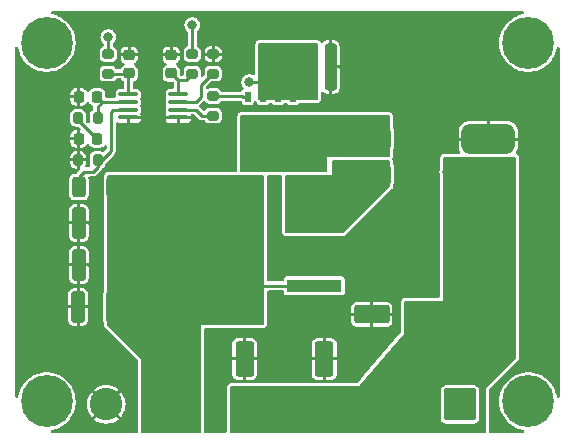
<source format=gbr>
%TF.GenerationSoftware,KiCad,Pcbnew,6.0.2-378541a8eb~116~ubuntu20.04.1*%
%TF.CreationDate,2022-03-03T17:18:27-05:00*%
%TF.ProjectId,cold-start-power-supply,636f6c64-2d73-4746-9172-742d706f7765,rev?*%
%TF.SameCoordinates,Original*%
%TF.FileFunction,Copper,L1,Top*%
%TF.FilePolarity,Positive*%
%FSLAX46Y46*%
G04 Gerber Fmt 4.6, Leading zero omitted, Abs format (unit mm)*
G04 Created by KiCad (PCBNEW 6.0.2-378541a8eb~116~ubuntu20.04.1) date 2022-03-03 17:18:27*
%MOMM*%
%LPD*%
G01*
G04 APERTURE LIST*
G04 Aperture macros list*
%AMRoundRect*
0 Rectangle with rounded corners*
0 $1 Rounding radius*
0 $2 $3 $4 $5 $6 $7 $8 $9 X,Y pos of 4 corners*
0 Add a 4 corners polygon primitive as box body*
4,1,4,$2,$3,$4,$5,$6,$7,$8,$9,$2,$3,0*
0 Add four circle primitives for the rounded corners*
1,1,$1+$1,$2,$3*
1,1,$1+$1,$4,$5*
1,1,$1+$1,$6,$7*
1,1,$1+$1,$8,$9*
0 Add four rect primitives between the rounded corners*
20,1,$1+$1,$2,$3,$4,$5,0*
20,1,$1+$1,$4,$5,$6,$7,0*
20,1,$1+$1,$6,$7,$8,$9,0*
20,1,$1+$1,$8,$9,$2,$3,0*%
G04 Aperture macros list end*
%TA.AperFunction,ComponentPad*%
%ADD10C,0.700000*%
%TD*%
%TA.AperFunction,ComponentPad*%
%ADD11C,4.400000*%
%TD*%
%TA.AperFunction,ComponentPad*%
%ADD12RoundRect,0.250000X1.125000X1.125000X-1.125000X1.125000X-1.125000X-1.125000X1.125000X-1.125000X0*%
%TD*%
%TA.AperFunction,ComponentPad*%
%ADD13C,2.750000*%
%TD*%
%TA.AperFunction,SMDPad,CuDef*%
%ADD14R,4.600000X1.100000*%
%TD*%
%TA.AperFunction,SMDPad,CuDef*%
%ADD15R,9.400000X10.800000*%
%TD*%
%TA.AperFunction,SMDPad,CuDef*%
%ADD16RoundRect,0.250000X-0.250000X-1.750000X0.250000X-1.750000X0.250000X1.750000X-0.250000X1.750000X0*%
%TD*%
%TA.AperFunction,SMDPad,CuDef*%
%ADD17RoundRect,0.625000X1.625000X0.625000X-1.625000X0.625000X-1.625000X-0.625000X1.625000X-0.625000X0*%
%TD*%
%TA.AperFunction,SMDPad,CuDef*%
%ADD18RoundRect,0.225000X0.250000X-0.225000X0.250000X0.225000X-0.250000X0.225000X-0.250000X-0.225000X0*%
%TD*%
%TA.AperFunction,SMDPad,CuDef*%
%ADD19RoundRect,0.200000X-0.275000X0.200000X-0.275000X-0.200000X0.275000X-0.200000X0.275000X0.200000X0*%
%TD*%
%TA.AperFunction,SMDPad,CuDef*%
%ADD20RoundRect,0.250000X0.550000X-1.250000X0.550000X1.250000X-0.550000X1.250000X-0.550000X-1.250000X0*%
%TD*%
%TA.AperFunction,SMDPad,CuDef*%
%ADD21RoundRect,0.225000X0.225000X0.250000X-0.225000X0.250000X-0.225000X-0.250000X0.225000X-0.250000X0*%
%TD*%
%TA.AperFunction,SMDPad,CuDef*%
%ADD22R,0.500000X0.850000*%
%TD*%
%TA.AperFunction,SMDPad,CuDef*%
%ADD23R,4.410000X4.550000*%
%TD*%
%TA.AperFunction,SMDPad,CuDef*%
%ADD24RoundRect,0.100000X-0.712500X-0.100000X0.712500X-0.100000X0.712500X0.100000X-0.712500X0.100000X0*%
%TD*%
%TA.AperFunction,SMDPad,CuDef*%
%ADD25RoundRect,0.250000X0.325000X1.100000X-0.325000X1.100000X-0.325000X-1.100000X0.325000X-1.100000X0*%
%TD*%
%TA.AperFunction,SMDPad,CuDef*%
%ADD26RoundRect,0.250000X1.250000X0.550000X-1.250000X0.550000X-1.250000X-0.550000X1.250000X-0.550000X0*%
%TD*%
%TA.AperFunction,SMDPad,CuDef*%
%ADD27RoundRect,0.250000X0.312500X0.625000X-0.312500X0.625000X-0.312500X-0.625000X0.312500X-0.625000X0*%
%TD*%
%TA.AperFunction,SMDPad,CuDef*%
%ADD28RoundRect,0.200000X0.200000X0.275000X-0.200000X0.275000X-0.200000X-0.275000X0.200000X-0.275000X0*%
%TD*%
%TA.AperFunction,SMDPad,CuDef*%
%ADD29RoundRect,0.200000X0.275000X-0.200000X0.275000X0.200000X-0.275000X0.200000X-0.275000X-0.200000X0*%
%TD*%
%TA.AperFunction,ViaPad*%
%ADD30C,0.800000*%
%TD*%
%TA.AperFunction,Conductor*%
%ADD31C,0.250000*%
%TD*%
G04 APERTURE END LIST*
D10*
%TO.P,H4,1*%
%TO.N,N/C*%
X155344726Y-111783726D03*
X154178000Y-108967000D03*
X153011274Y-109450274D03*
X152528000Y-110617000D03*
X155344726Y-109450274D03*
X153011274Y-111783726D03*
X154178000Y-112267000D03*
D11*
X154178000Y-110617000D03*
D10*
X155828000Y-110617000D03*
%TD*%
%TO.P,H3,1*%
%TO.N,N/C*%
X114577726Y-111783726D03*
X113411000Y-108967000D03*
X112244274Y-109450274D03*
X111761000Y-110617000D03*
X114577726Y-109450274D03*
X112244274Y-111783726D03*
X113411000Y-112267000D03*
D11*
X113411000Y-110617000D03*
D10*
X115061000Y-110617000D03*
%TD*%
%TO.P,H2,1*%
%TO.N,N/C*%
X155344726Y-81430726D03*
X154178000Y-78614000D03*
X153011274Y-79097274D03*
X152528000Y-80264000D03*
X155344726Y-79097274D03*
X153011274Y-81430726D03*
X154178000Y-81914000D03*
D11*
X154178000Y-80264000D03*
D10*
X155828000Y-80264000D03*
%TD*%
%TO.P,H1,1*%
%TO.N,N/C*%
X114577726Y-81430726D03*
X113411000Y-78614000D03*
X112244274Y-79097274D03*
X111761000Y-80264000D03*
X114577726Y-79097274D03*
X112244274Y-81430726D03*
X113411000Y-81914000D03*
D11*
X113411000Y-80264000D03*
D10*
X115061000Y-80264000D03*
%TD*%
D12*
%TO.P,J2,1,Pin_1*%
%TO.N,/VOUT*%
X123858000Y-110871000D03*
D13*
%TO.P,J2,2,Pin_2*%
%TO.N,GND*%
X118458000Y-110871000D03*
%TD*%
D12*
%TO.P,J1,1,Pin_1*%
%TO.N,GND*%
X148402000Y-110871000D03*
D13*
%TO.P,J1,2,Pin_2*%
%TO.N,/VIN*%
X143002000Y-110871000D03*
%TD*%
D14*
%TO.P,D1,2,A*%
%TO.N,/LOUT*%
X136077000Y-95758000D03*
D15*
%TO.P,D1,1,K*%
%TO.N,/VOUT*%
X126927000Y-98298000D03*
D14*
X136077000Y-100838000D03*
%TD*%
D16*
%TO.P,R6,1*%
%TO.N,/SOURCE*%
X135852000Y-82296000D03*
%TO.P,R6,2*%
%TO.N,GND*%
X137452000Y-82296000D03*
%TD*%
D17*
%TO.P,L1,1,1*%
%TO.N,/VIN*%
X150792000Y-91416000D03*
%TO.P,L1,2,2*%
%TO.N,GND*%
X150792000Y-88416000D03*
%TO.P,L1,3,3*%
%TO.N,/DRAIN*%
X140292000Y-88416000D03*
%TO.P,L1,4,4*%
%TO.N,/LOUT*%
X140292000Y-91416000D03*
%TD*%
D18*
%TO.P,C7,1*%
%TO.N,Net-(C7-Pad1)*%
X120396000Y-82830000D03*
%TO.P,C7,2*%
%TO.N,GND*%
X120396000Y-81280000D03*
%TD*%
D19*
%TO.P,R5,1*%
%TO.N,/SOURCE*%
X118618000Y-81217000D03*
%TO.P,R5,2*%
%TO.N,Net-(C7-Pad1)*%
X118618000Y-82867000D03*
%TD*%
D20*
%TO.P,C3,1*%
%TO.N,/VIN*%
X130175000Y-111420000D03*
%TO.P,C3,2*%
%TO.N,GND*%
X130175000Y-107020000D03*
%TD*%
D21*
%TO.P,C5,1*%
%TO.N,Net-(C5-Pad1)*%
X117678000Y-84836000D03*
%TO.P,C5,2*%
%TO.N,GND*%
X116128000Y-84836000D03*
%TD*%
D22*
%TO.P,Q1,1,S*%
%TO.N,/SOURCE*%
X134239000Y-84842000D03*
%TO.P,Q1,2,S*%
X132969000Y-84842000D03*
%TO.P,Q1,3,S*%
X131699000Y-84842000D03*
%TO.P,Q1,4,G*%
%TO.N,Net-(Q1-Pad4)*%
X130429000Y-84842000D03*
D23*
%TO.P,Q1,5,D*%
%TO.N,/DRAIN*%
X132334000Y-88792000D03*
%TD*%
D24*
%TO.P,IC1,1,ISEN*%
%TO.N,Net-(C7-Pad1)*%
X120315500Y-84623000D03*
%TO.P,IC1,2,COMP*%
%TO.N,Net-(C5-Pad1)*%
X120315500Y-85273000D03*
%TO.P,IC1,3,FB*%
%TO.N,Net-(IC1-Pad3)*%
X120315500Y-85923000D03*
%TO.P,IC1,4,AGND*%
%TO.N,GND*%
X120315500Y-86573000D03*
%TO.P,IC1,5,PGND*%
X124540500Y-86573000D03*
%TO.P,IC1,6,DR*%
%TO.N,Net-(IC1-Pad6)*%
X124540500Y-85923000D03*
%TO.P,IC1,7,SYNC*%
%TO.N,Net-(IC1-Pad7)*%
X124540500Y-85273000D03*
%TO.P,IC1,8,VIN*%
%TO.N,Net-(C4-Pad1)*%
X124540500Y-84623000D03*
%TD*%
D25*
%TO.P,C11,2*%
%TO.N,GND*%
X116078000Y-102616000D03*
%TO.P,C11,1*%
%TO.N,/VOUT*%
X119028000Y-102616000D03*
%TD*%
D21*
%TO.P,C6,1*%
%TO.N,Net-(C6-Pad1)*%
X117678000Y-88392000D03*
%TO.P,C6,2*%
%TO.N,GND*%
X116128000Y-88392000D03*
%TD*%
D26*
%TO.P,C2,2*%
%TO.N,GND*%
X140929000Y-103251000D03*
%TO.P,C2,1*%
%TO.N,/VIN*%
X145329000Y-103251000D03*
%TD*%
D27*
%TO.P,R7,2*%
%TO.N,Net-(IC1-Pad3)*%
X116139500Y-92456000D03*
%TO.P,R7,1*%
%TO.N,/VOUT*%
X119064500Y-92456000D03*
%TD*%
D28*
%TO.P,R2,1*%
%TO.N,Net-(C5-Pad1)*%
X117728000Y-86614000D03*
%TO.P,R2,2*%
%TO.N,Net-(C6-Pad1)*%
X116078000Y-86614000D03*
%TD*%
%TO.P,R8,2*%
%TO.N,GND*%
X116078000Y-90170000D03*
%TO.P,R8,1*%
%TO.N,Net-(IC1-Pad3)*%
X117728000Y-90170000D03*
%TD*%
D18*
%TO.P,C4,1*%
%TO.N,Net-(C4-Pad1)*%
X123952000Y-82830000D03*
%TO.P,C4,2*%
%TO.N,GND*%
X123952000Y-81280000D03*
%TD*%
D19*
%TO.P,R1,1*%
%TO.N,/VIN*%
X125730000Y-81217000D03*
%TO.P,R1,2*%
%TO.N,Net-(C4-Pad1)*%
X125730000Y-82867000D03*
%TD*%
D20*
%TO.P,C1,1*%
%TO.N,/VIN*%
X136906000Y-111420000D03*
%TO.P,C1,2*%
%TO.N,GND*%
X136906000Y-107020000D03*
%TD*%
D25*
%TO.P,C9,2*%
%TO.N,GND*%
X116127000Y-95504000D03*
%TO.P,C9,1*%
%TO.N,/VOUT*%
X119077000Y-95504000D03*
%TD*%
D18*
%TO.P,C8,1*%
%TO.N,/LOUT*%
X136398000Y-92088000D03*
%TO.P,C8,2*%
%TO.N,/DRAIN*%
X136398000Y-90538000D03*
%TD*%
D19*
%TO.P,R3,1*%
%TO.N,GND*%
X127508000Y-81217000D03*
%TO.P,R3,2*%
%TO.N,Net-(IC1-Pad7)*%
X127508000Y-82867000D03*
%TD*%
D29*
%TO.P,R4,1*%
%TO.N,Net-(IC1-Pad6)*%
X127508000Y-86423000D03*
%TO.P,R4,2*%
%TO.N,Net-(Q1-Pad4)*%
X127508000Y-84773000D03*
%TD*%
D25*
%TO.P,C10,2*%
%TO.N,GND*%
X116127000Y-99060000D03*
%TO.P,C10,1*%
%TO.N,/VOUT*%
X119077000Y-99060000D03*
%TD*%
D30*
%TO.N,GND*%
X153924000Y-89535000D03*
X153924000Y-88392000D03*
X153924000Y-87249000D03*
X153416000Y-86360000D03*
X116840000Y-104902000D03*
X114554000Y-104902000D03*
X115697000Y-104902000D03*
X128016000Y-107950000D03*
X128016000Y-106807000D03*
X128016000Y-105664000D03*
X128778000Y-82931000D03*
X128778000Y-81788000D03*
X128778000Y-80645000D03*
X114935000Y-84836000D03*
X114935000Y-88392000D03*
X114935000Y-90170000D03*
X114554000Y-94488000D03*
X114554000Y-95504000D03*
X114554000Y-96520000D03*
X114554000Y-98044000D03*
X114554000Y-99060000D03*
X114554000Y-100076000D03*
X114554000Y-101473000D03*
X114554000Y-102616000D03*
X114554000Y-103759000D03*
X139446000Y-98044000D03*
X139446000Y-99187000D03*
X139446000Y-100330000D03*
X139446000Y-101473000D03*
X138811000Y-105664000D03*
X135128000Y-105664000D03*
X133604000Y-105664000D03*
X132080000Y-105664000D03*
X152273000Y-86360000D03*
X151130000Y-86360000D03*
X150114000Y-86360000D03*
X149098000Y-86360000D03*
X138684000Y-84582000D03*
X138684000Y-83439000D03*
X138684000Y-82296000D03*
X138684000Y-81153000D03*
X138684000Y-80010000D03*
X125095000Y-88011000D03*
X124079000Y-88011000D03*
X120777000Y-88011000D03*
X119761000Y-88011000D03*
X122174000Y-83058000D03*
X122174000Y-81788000D03*
X122174000Y-80645000D03*
%TO.N,/VIN*%
X125730000Y-78740000D03*
X147320000Y-91186000D03*
%TO.N,/SOURCE*%
X118618000Y-79756000D03*
X130556000Y-83566000D03*
%TD*%
D31*
%TO.N,/VOUT*%
X136077000Y-100838000D02*
X128666000Y-100838000D01*
X128666000Y-100838000D02*
X126869000Y-99041000D01*
%TO.N,/VIN*%
X149360493Y-91440000D02*
X147574000Y-91440000D01*
X149384493Y-91416000D02*
X149360493Y-91440000D01*
X150792000Y-91416000D02*
X149384493Y-91416000D01*
X147574000Y-91440000D02*
X147320000Y-91186000D01*
X125730000Y-78740000D02*
X125730000Y-81217000D01*
%TO.N,/SOURCE*%
X118618000Y-79756000D02*
X118618000Y-81217000D01*
X131572000Y-83566000D02*
X130556000Y-83566000D01*
X131699000Y-84842000D02*
X131699000Y-83693000D01*
X131699000Y-83693000D02*
X131572000Y-83566000D01*
%TO.N,Net-(IC1-Pad3)*%
X116586000Y-91186000D02*
X117348000Y-91186000D01*
X116139500Y-92456000D02*
X116139500Y-91632500D01*
X117348000Y-91186000D02*
X117728000Y-90806000D01*
X116139500Y-91632500D02*
X116586000Y-91186000D01*
X117728000Y-90806000D02*
X117728000Y-90170000D01*
X118872000Y-86106000D02*
X118872000Y-89408000D01*
X120315500Y-85923000D02*
X119055000Y-85923000D01*
X119055000Y-85923000D02*
X118872000Y-86106000D01*
X118872000Y-89408000D02*
X118110000Y-90170000D01*
X118110000Y-90170000D02*
X117728000Y-90170000D01*
%TO.N,Net-(C6-Pad1)*%
X116078000Y-86614000D02*
X116078000Y-86792000D01*
X116078000Y-86792000D02*
X117678000Y-88392000D01*
%TO.N,Net-(C5-Pad1)*%
X117728000Y-86614000D02*
X117728000Y-85660000D01*
X117728000Y-85660000D02*
X118115000Y-85273000D01*
X120315500Y-85273000D02*
X118115000Y-85273000D01*
X118115000Y-85273000D02*
X117678000Y-84836000D01*
%TO.N,Net-(Q1-Pad4)*%
X127508000Y-84773000D02*
X129985000Y-84773000D01*
X129985000Y-84773000D02*
X130054000Y-84842000D01*
X130054000Y-84842000D02*
X130429000Y-84842000D01*
%TO.N,Net-(IC1-Pad6)*%
X124540500Y-85923000D02*
X126055000Y-85923000D01*
X126055000Y-85923000D02*
X126555000Y-86423000D01*
X126555000Y-86423000D02*
X127508000Y-86423000D01*
%TO.N,Net-(IC1-Pad7)*%
X124540500Y-85273000D02*
X126055000Y-85273000D01*
X126492000Y-84836000D02*
X126492000Y-83820000D01*
X126055000Y-85273000D02*
X126492000Y-84836000D01*
X126492000Y-83820000D02*
X127445000Y-82867000D01*
X127445000Y-82867000D02*
X127508000Y-82867000D01*
%TO.N,Net-(C4-Pad1)*%
X124540500Y-83418500D02*
X125178500Y-83418500D01*
X125178500Y-83418500D02*
X125730000Y-82867000D01*
X124540500Y-84623000D02*
X124540500Y-83418500D01*
X124540500Y-83418500D02*
X123952000Y-82830000D01*
%TO.N,Net-(C7-Pad1)*%
X120315500Y-84623000D02*
X120315500Y-82910500D01*
X120315500Y-82910500D02*
X120396000Y-82830000D01*
X118618000Y-82867000D02*
X120359000Y-82867000D01*
X120359000Y-82867000D02*
X120396000Y-82830000D01*
%TD*%
%TA.AperFunction,Conductor*%
%TO.N,GND*%
G36*
X153771099Y-77617002D02*
G01*
X153817592Y-77670658D01*
X153827696Y-77740932D01*
X153798202Y-77805512D01*
X153738476Y-77843896D01*
X153724925Y-77846723D01*
X153724973Y-77846973D01*
X153721101Y-77847712D01*
X153717163Y-77848209D01*
X153418018Y-77925016D01*
X153130858Y-78038711D01*
X153127399Y-78040612D01*
X153127396Y-78040614D01*
X153006582Y-78107033D01*
X152860213Y-78187500D01*
X152857009Y-78189828D01*
X152857004Y-78189831D01*
X152691260Y-78310251D01*
X152610349Y-78369036D01*
X152385209Y-78580457D01*
X152188342Y-78818429D01*
X152022853Y-79079198D01*
X151891351Y-79358652D01*
X151795912Y-79652384D01*
X151738040Y-79955761D01*
X151718647Y-80264000D01*
X151738040Y-80572239D01*
X151795912Y-80875616D01*
X151891351Y-81169348D01*
X152022853Y-81448802D01*
X152024971Y-81452140D01*
X152024973Y-81452143D01*
X152052416Y-81495386D01*
X152188342Y-81709571D01*
X152385209Y-81947543D01*
X152610349Y-82158964D01*
X152613551Y-82161291D01*
X152613553Y-82161292D01*
X152857004Y-82338169D01*
X152857009Y-82338172D01*
X152860213Y-82340500D01*
X152905111Y-82365183D01*
X153079059Y-82460812D01*
X153130858Y-82489289D01*
X153418018Y-82602984D01*
X153717163Y-82679791D01*
X154023576Y-82718500D01*
X154332424Y-82718500D01*
X154638837Y-82679791D01*
X154937982Y-82602984D01*
X155225142Y-82489289D01*
X155276942Y-82460812D01*
X155450889Y-82365183D01*
X155495787Y-82340500D01*
X155498991Y-82338172D01*
X155498996Y-82338169D01*
X155742447Y-82161292D01*
X155742449Y-82161291D01*
X155745651Y-82158964D01*
X155970791Y-81947543D01*
X156167658Y-81709571D01*
X156303584Y-81495386D01*
X156331027Y-81452143D01*
X156331029Y-81452140D01*
X156333147Y-81448802D01*
X156464649Y-81169348D01*
X156560088Y-80875616D01*
X156595232Y-80691384D01*
X156627644Y-80628218D01*
X156689061Y-80592603D01*
X156759984Y-80595846D01*
X156817894Y-80636917D01*
X156844406Y-80702778D01*
X156845000Y-80714994D01*
X156845000Y-110166006D01*
X156824998Y-110234127D01*
X156771342Y-110280620D01*
X156701068Y-110290724D01*
X156636488Y-110261230D01*
X156598104Y-110201504D01*
X156595232Y-110189616D01*
X156560832Y-110009285D01*
X156560088Y-110005384D01*
X156464649Y-109711652D01*
X156333147Y-109432198D01*
X156323914Y-109417648D01*
X156214666Y-109245502D01*
X156167658Y-109171429D01*
X155970791Y-108933457D01*
X155745651Y-108722036D01*
X155609156Y-108622867D01*
X155498996Y-108542831D01*
X155498991Y-108542828D01*
X155495787Y-108540500D01*
X155225142Y-108391711D01*
X154937982Y-108278016D01*
X154638837Y-108201209D01*
X154332424Y-108162500D01*
X154023576Y-108162500D01*
X153717163Y-108201209D01*
X153418018Y-108278016D01*
X153130858Y-108391711D01*
X152860213Y-108540500D01*
X152857009Y-108542828D01*
X152857004Y-108542831D01*
X152746844Y-108622867D01*
X152610349Y-108722036D01*
X152385209Y-108933457D01*
X152188342Y-109171429D01*
X152141334Y-109245502D01*
X152032087Y-109417648D01*
X152022853Y-109432198D01*
X151891351Y-109711652D01*
X151795912Y-110005384D01*
X151738040Y-110308761D01*
X151718647Y-110617000D01*
X151738040Y-110925239D01*
X151795912Y-111228616D01*
X151891351Y-111522348D01*
X152022853Y-111801802D01*
X152188342Y-112062571D01*
X152385209Y-112300543D01*
X152610349Y-112511964D01*
X152613551Y-112514291D01*
X152613553Y-112514292D01*
X152857004Y-112691169D01*
X152857009Y-112691172D01*
X152860213Y-112693500D01*
X153130858Y-112842289D01*
X153418018Y-112955984D01*
X153717163Y-113032791D01*
X153721101Y-113033288D01*
X153724973Y-113034027D01*
X153724679Y-113035570D01*
X153783846Y-113061375D01*
X153823248Y-113120435D01*
X153824465Y-113191421D01*
X153787111Y-113251796D01*
X153723045Y-113282392D01*
X153702978Y-113284000D01*
X151002000Y-113284000D01*
X150933879Y-113263998D01*
X150887386Y-113210342D01*
X150876000Y-113158000D01*
X150876000Y-109631400D01*
X150896002Y-109563279D01*
X150912905Y-109542305D01*
X153304700Y-107150510D01*
X153322865Y-107130288D01*
X153339768Y-107109314D01*
X153385709Y-107021491D01*
X153405711Y-106953370D01*
X153416000Y-106881810D01*
X153416000Y-90042000D01*
X153415640Y-90038649D01*
X153410558Y-89991374D01*
X153410557Y-89991367D01*
X153410196Y-89988010D01*
X153406374Y-89970440D01*
X153399170Y-89937322D01*
X153399168Y-89937315D01*
X153398810Y-89935668D01*
X153391616Y-89909445D01*
X153368403Y-89868680D01*
X153345638Y-89828702D01*
X153345635Y-89828698D01*
X153342575Y-89823324D01*
X153306697Y-89781918D01*
X153297922Y-89771791D01*
X153297917Y-89771786D01*
X153296082Y-89769668D01*
X153263498Y-89738227D01*
X153226290Y-89718764D01*
X153202675Y-89706411D01*
X153151585Y-89657113D01*
X153135258Y-89588019D01*
X153154929Y-89526877D01*
X153164914Y-89511264D01*
X153243767Y-89352417D01*
X153248451Y-89339685D01*
X153291656Y-89166394D01*
X153293380Y-89155448D01*
X153295854Y-89119169D01*
X153296000Y-89114875D01*
X153296000Y-88561115D01*
X153291525Y-88545876D01*
X153290135Y-88544671D01*
X153282452Y-88543000D01*
X148306116Y-88543000D01*
X148290877Y-88547475D01*
X148289672Y-88548865D01*
X148288001Y-88556548D01*
X148288001Y-89114872D01*
X148288148Y-89119173D01*
X148290620Y-89155451D01*
X148292343Y-89166390D01*
X148335549Y-89339685D01*
X148340233Y-89352418D01*
X148403554Y-89479976D01*
X148415926Y-89549886D01*
X148388539Y-89615387D01*
X148330086Y-89655684D01*
X148290694Y-89662000D01*
X147065000Y-89662000D01*
X147061653Y-89662360D01*
X147061649Y-89662360D01*
X147014374Y-89667442D01*
X147014367Y-89667443D01*
X147011010Y-89667804D01*
X147007710Y-89668522D01*
X147007709Y-89668522D01*
X146960322Y-89678830D01*
X146960315Y-89678832D01*
X146958668Y-89679190D01*
X146932445Y-89686384D01*
X146909700Y-89699336D01*
X146851702Y-89732362D01*
X146851698Y-89732365D01*
X146846324Y-89735425D01*
X146841647Y-89739478D01*
X146809055Y-89767719D01*
X146792668Y-89781918D01*
X146761227Y-89814502D01*
X146715291Y-89902319D01*
X146695289Y-89970440D01*
X146685000Y-90042000D01*
X146685000Y-90995792D01*
X146681817Y-91020982D01*
X146681406Y-91022037D01*
X146660729Y-91179096D01*
X146664614Y-91214284D01*
X146674528Y-91304078D01*
X146678113Y-91336553D01*
X146680724Y-91343689D01*
X146681671Y-91347725D01*
X146685000Y-91376498D01*
X146685000Y-101728000D01*
X146664998Y-101796121D01*
X146611342Y-101842614D01*
X146559000Y-101854000D01*
X143763000Y-101854000D01*
X143759653Y-101854360D01*
X143759649Y-101854360D01*
X143712374Y-101859442D01*
X143712367Y-101859443D01*
X143709010Y-101859804D01*
X143705710Y-101860522D01*
X143705709Y-101860522D01*
X143658322Y-101870830D01*
X143658315Y-101870832D01*
X143656668Y-101871190D01*
X143630445Y-101878384D01*
X143589680Y-101901597D01*
X143549702Y-101924362D01*
X143549698Y-101924365D01*
X143544324Y-101927425D01*
X143490668Y-101973918D01*
X143459227Y-102006502D01*
X143413291Y-102094319D01*
X143393289Y-102162440D01*
X143383000Y-102234000D01*
X143383000Y-104761430D01*
X143362998Y-104829551D01*
X143352668Y-104843428D01*
X140309651Y-108393614D01*
X139747892Y-109049000D01*
X139688373Y-109087704D01*
X139652226Y-109093000D01*
X129031000Y-109093000D01*
X129027653Y-109093360D01*
X129027649Y-109093360D01*
X128980374Y-109098442D01*
X128980367Y-109098443D01*
X128977010Y-109098804D01*
X128973710Y-109099522D01*
X128973709Y-109099522D01*
X128926322Y-109109830D01*
X128926315Y-109109832D01*
X128924668Y-109110190D01*
X128898445Y-109117384D01*
X128857680Y-109140597D01*
X128817702Y-109163362D01*
X128817698Y-109163365D01*
X128812324Y-109166425D01*
X128758668Y-109212918D01*
X128727227Y-109245502D01*
X128681291Y-109333319D01*
X128661289Y-109401440D01*
X128660648Y-109405899D01*
X128660647Y-109405903D01*
X128657347Y-109428857D01*
X128651000Y-109473000D01*
X128651000Y-113158000D01*
X128630998Y-113226121D01*
X128577342Y-113272614D01*
X128525000Y-113284000D01*
X126872000Y-113284000D01*
X126803879Y-113263998D01*
X126757386Y-113210342D01*
X126746000Y-113158000D01*
X126746000Y-108314292D01*
X129121001Y-108314292D01*
X129121370Y-108321110D01*
X129126841Y-108371482D01*
X129130470Y-108386741D01*
X129175222Y-108506118D01*
X129183754Y-108521704D01*
X129259572Y-108622867D01*
X129272133Y-108635428D01*
X129373296Y-108711246D01*
X129388882Y-108719778D01*
X129508265Y-108764533D01*
X129523510Y-108768158D01*
X129573892Y-108773631D01*
X129580706Y-108774000D01*
X130029885Y-108774000D01*
X130045124Y-108769525D01*
X130046329Y-108768135D01*
X130048000Y-108760452D01*
X130048000Y-108755884D01*
X130302000Y-108755884D01*
X130306475Y-108771123D01*
X130307865Y-108772328D01*
X130315548Y-108773999D01*
X130769292Y-108773999D01*
X130776110Y-108773630D01*
X130826482Y-108768159D01*
X130841741Y-108764530D01*
X130961118Y-108719778D01*
X130976704Y-108711246D01*
X131077867Y-108635428D01*
X131090428Y-108622867D01*
X131166246Y-108521704D01*
X131174778Y-108506118D01*
X131219533Y-108386735D01*
X131223158Y-108371490D01*
X131228631Y-108321108D01*
X131229000Y-108314294D01*
X131229000Y-108314292D01*
X135852001Y-108314292D01*
X135852370Y-108321110D01*
X135857841Y-108371482D01*
X135861470Y-108386741D01*
X135906222Y-108506118D01*
X135914754Y-108521704D01*
X135990572Y-108622867D01*
X136003133Y-108635428D01*
X136104296Y-108711246D01*
X136119882Y-108719778D01*
X136239265Y-108764533D01*
X136254510Y-108768158D01*
X136304892Y-108773631D01*
X136311706Y-108774000D01*
X136760885Y-108774000D01*
X136776124Y-108769525D01*
X136777329Y-108768135D01*
X136779000Y-108760452D01*
X136779000Y-108755884D01*
X137033000Y-108755884D01*
X137037475Y-108771123D01*
X137038865Y-108772328D01*
X137046548Y-108773999D01*
X137500292Y-108773999D01*
X137507110Y-108773630D01*
X137557482Y-108768159D01*
X137572741Y-108764530D01*
X137692118Y-108719778D01*
X137707704Y-108711246D01*
X137808867Y-108635428D01*
X137821428Y-108622867D01*
X137897246Y-108521704D01*
X137905778Y-108506118D01*
X137950533Y-108386735D01*
X137954158Y-108371490D01*
X137959631Y-108321108D01*
X137960000Y-108314294D01*
X137960000Y-107165115D01*
X137955525Y-107149876D01*
X137954135Y-107148671D01*
X137946452Y-107147000D01*
X137051115Y-107147000D01*
X137035876Y-107151475D01*
X137034671Y-107152865D01*
X137033000Y-107160548D01*
X137033000Y-108755884D01*
X136779000Y-108755884D01*
X136779000Y-107165115D01*
X136774525Y-107149876D01*
X136773135Y-107148671D01*
X136765452Y-107147000D01*
X135870116Y-107147000D01*
X135854877Y-107151475D01*
X135853672Y-107152865D01*
X135852001Y-107160548D01*
X135852001Y-108314292D01*
X131229000Y-108314292D01*
X131229000Y-107165115D01*
X131224525Y-107149876D01*
X131223135Y-107148671D01*
X131215452Y-107147000D01*
X130320115Y-107147000D01*
X130304876Y-107151475D01*
X130303671Y-107152865D01*
X130302000Y-107160548D01*
X130302000Y-108755884D01*
X130048000Y-108755884D01*
X130048000Y-107165115D01*
X130043525Y-107149876D01*
X130042135Y-107148671D01*
X130034452Y-107147000D01*
X129139116Y-107147000D01*
X129123877Y-107151475D01*
X129122672Y-107152865D01*
X129121001Y-107160548D01*
X129121001Y-108314292D01*
X126746000Y-108314292D01*
X126746000Y-106874885D01*
X129121000Y-106874885D01*
X129125475Y-106890124D01*
X129126865Y-106891329D01*
X129134548Y-106893000D01*
X130029885Y-106893000D01*
X130045124Y-106888525D01*
X130046329Y-106887135D01*
X130048000Y-106879452D01*
X130048000Y-106874885D01*
X130302000Y-106874885D01*
X130306475Y-106890124D01*
X130307865Y-106891329D01*
X130315548Y-106893000D01*
X131210884Y-106893000D01*
X131226123Y-106888525D01*
X131227328Y-106887135D01*
X131228999Y-106879452D01*
X131228999Y-106874885D01*
X135852000Y-106874885D01*
X135856475Y-106890124D01*
X135857865Y-106891329D01*
X135865548Y-106893000D01*
X136760885Y-106893000D01*
X136776124Y-106888525D01*
X136777329Y-106887135D01*
X136779000Y-106879452D01*
X136779000Y-106874885D01*
X137033000Y-106874885D01*
X137037475Y-106890124D01*
X137038865Y-106891329D01*
X137046548Y-106893000D01*
X137941884Y-106893000D01*
X137957123Y-106888525D01*
X137958328Y-106887135D01*
X137959999Y-106879452D01*
X137959999Y-105725708D01*
X137959630Y-105718890D01*
X137954159Y-105668518D01*
X137950530Y-105653259D01*
X137905778Y-105533882D01*
X137897246Y-105518296D01*
X137821428Y-105417133D01*
X137808867Y-105404572D01*
X137707704Y-105328754D01*
X137692118Y-105320222D01*
X137572735Y-105275467D01*
X137557490Y-105271842D01*
X137507108Y-105266369D01*
X137500294Y-105266000D01*
X137051115Y-105266000D01*
X137035876Y-105270475D01*
X137034671Y-105271865D01*
X137033000Y-105279548D01*
X137033000Y-106874885D01*
X136779000Y-106874885D01*
X136779000Y-105284116D01*
X136774525Y-105268877D01*
X136773135Y-105267672D01*
X136765452Y-105266001D01*
X136311708Y-105266001D01*
X136304890Y-105266370D01*
X136254518Y-105271841D01*
X136239259Y-105275470D01*
X136119882Y-105320222D01*
X136104296Y-105328754D01*
X136003133Y-105404572D01*
X135990572Y-105417133D01*
X135914754Y-105518296D01*
X135906222Y-105533882D01*
X135861467Y-105653265D01*
X135857842Y-105668510D01*
X135852369Y-105718892D01*
X135852000Y-105725706D01*
X135852000Y-106874885D01*
X131228999Y-106874885D01*
X131228999Y-105725708D01*
X131228630Y-105718890D01*
X131223159Y-105668518D01*
X131219530Y-105653259D01*
X131174778Y-105533882D01*
X131166246Y-105518296D01*
X131090428Y-105417133D01*
X131077867Y-105404572D01*
X130976704Y-105328754D01*
X130961118Y-105320222D01*
X130841735Y-105275467D01*
X130826490Y-105271842D01*
X130776108Y-105266369D01*
X130769294Y-105266000D01*
X130320115Y-105266000D01*
X130304876Y-105270475D01*
X130303671Y-105271865D01*
X130302000Y-105279548D01*
X130302000Y-106874885D01*
X130048000Y-106874885D01*
X130048000Y-105284116D01*
X130043525Y-105268877D01*
X130042135Y-105267672D01*
X130034452Y-105266001D01*
X129580708Y-105266001D01*
X129573890Y-105266370D01*
X129523518Y-105271841D01*
X129508259Y-105275470D01*
X129388882Y-105320222D01*
X129373296Y-105328754D01*
X129272133Y-105404572D01*
X129259572Y-105417133D01*
X129183754Y-105518296D01*
X129175222Y-105533882D01*
X129130467Y-105653265D01*
X129126842Y-105668510D01*
X129121369Y-105718892D01*
X129121000Y-105725706D01*
X129121000Y-106874885D01*
X126746000Y-106874885D01*
X126746000Y-104520000D01*
X126766002Y-104451879D01*
X126819658Y-104405386D01*
X126872000Y-104394000D01*
X131700000Y-104394000D01*
X131703347Y-104393640D01*
X131703351Y-104393640D01*
X131750626Y-104388558D01*
X131750633Y-104388557D01*
X131753990Y-104388196D01*
X131757291Y-104387478D01*
X131804678Y-104377170D01*
X131804685Y-104377168D01*
X131806332Y-104376810D01*
X131832555Y-104369616D01*
X131873320Y-104346403D01*
X131913298Y-104323638D01*
X131913302Y-104323635D01*
X131918676Y-104320575D01*
X131972332Y-104274082D01*
X132003773Y-104241498D01*
X132049709Y-104153681D01*
X132069711Y-104085560D01*
X132080000Y-104014000D01*
X132080000Y-103845292D01*
X139175001Y-103845292D01*
X139175370Y-103852110D01*
X139180841Y-103902482D01*
X139184470Y-103917741D01*
X139229222Y-104037118D01*
X139237754Y-104052704D01*
X139313572Y-104153867D01*
X139326133Y-104166428D01*
X139427296Y-104242246D01*
X139442882Y-104250778D01*
X139562265Y-104295533D01*
X139577510Y-104299158D01*
X139627892Y-104304631D01*
X139634706Y-104305000D01*
X140783885Y-104305000D01*
X140799124Y-104300525D01*
X140800329Y-104299135D01*
X140802000Y-104291452D01*
X140802000Y-104286884D01*
X141056000Y-104286884D01*
X141060475Y-104302123D01*
X141061865Y-104303328D01*
X141069548Y-104304999D01*
X142223292Y-104304999D01*
X142230110Y-104304630D01*
X142280482Y-104299159D01*
X142295741Y-104295530D01*
X142415118Y-104250778D01*
X142430704Y-104242246D01*
X142531867Y-104166428D01*
X142544428Y-104153867D01*
X142620246Y-104052704D01*
X142628778Y-104037118D01*
X142673533Y-103917735D01*
X142677158Y-103902490D01*
X142682631Y-103852108D01*
X142683000Y-103845294D01*
X142683000Y-103396115D01*
X142678525Y-103380876D01*
X142677135Y-103379671D01*
X142669452Y-103378000D01*
X141074115Y-103378000D01*
X141058876Y-103382475D01*
X141057671Y-103383865D01*
X141056000Y-103391548D01*
X141056000Y-104286884D01*
X140802000Y-104286884D01*
X140802000Y-103396115D01*
X140797525Y-103380876D01*
X140796135Y-103379671D01*
X140788452Y-103378000D01*
X139193116Y-103378000D01*
X139177877Y-103382475D01*
X139176672Y-103383865D01*
X139175001Y-103391548D01*
X139175001Y-103845292D01*
X132080000Y-103845292D01*
X132080000Y-103105885D01*
X139175000Y-103105885D01*
X139179475Y-103121124D01*
X139180865Y-103122329D01*
X139188548Y-103124000D01*
X140783885Y-103124000D01*
X140799124Y-103119525D01*
X140800329Y-103118135D01*
X140802000Y-103110452D01*
X140802000Y-103105885D01*
X141056000Y-103105885D01*
X141060475Y-103121124D01*
X141061865Y-103122329D01*
X141069548Y-103124000D01*
X142664884Y-103124000D01*
X142680123Y-103119525D01*
X142681328Y-103118135D01*
X142682999Y-103110452D01*
X142682999Y-102656708D01*
X142682630Y-102649890D01*
X142677159Y-102599518D01*
X142673530Y-102584259D01*
X142628778Y-102464882D01*
X142620246Y-102449296D01*
X142544428Y-102348133D01*
X142531867Y-102335572D01*
X142430704Y-102259754D01*
X142415118Y-102251222D01*
X142295735Y-102206467D01*
X142280490Y-102202842D01*
X142230108Y-102197369D01*
X142223294Y-102197000D01*
X141074115Y-102197000D01*
X141058876Y-102201475D01*
X141057671Y-102202865D01*
X141056000Y-102210548D01*
X141056000Y-103105885D01*
X140802000Y-103105885D01*
X140802000Y-102215116D01*
X140797525Y-102199877D01*
X140796135Y-102198672D01*
X140788452Y-102197001D01*
X139634708Y-102197001D01*
X139627890Y-102197370D01*
X139577518Y-102202841D01*
X139562259Y-102206470D01*
X139442882Y-102251222D01*
X139427296Y-102259754D01*
X139326133Y-102335572D01*
X139313572Y-102348133D01*
X139237754Y-102449296D01*
X139229222Y-102464882D01*
X139184467Y-102584265D01*
X139180842Y-102599510D01*
X139175369Y-102649892D01*
X139175000Y-102656706D01*
X139175000Y-103105885D01*
X132080000Y-103105885D01*
X132080000Y-101343500D01*
X132100002Y-101275379D01*
X132153658Y-101228886D01*
X132206000Y-101217500D01*
X133396501Y-101217500D01*
X133464622Y-101237502D01*
X133511115Y-101291158D01*
X133522501Y-101343500D01*
X133522501Y-101413066D01*
X133529612Y-101448818D01*
X133534165Y-101471708D01*
X133537266Y-101487301D01*
X133593516Y-101571484D01*
X133677699Y-101627734D01*
X133751933Y-101642500D01*
X136076812Y-101642500D01*
X138402066Y-101642499D01*
X138437818Y-101635388D01*
X138464126Y-101630156D01*
X138464128Y-101630155D01*
X138476301Y-101627734D01*
X138486621Y-101620839D01*
X138486622Y-101620838D01*
X138550168Y-101578377D01*
X138560484Y-101571484D01*
X138616734Y-101487301D01*
X138631500Y-101413067D01*
X138631499Y-100262934D01*
X138624388Y-100227182D01*
X138619156Y-100200874D01*
X138619155Y-100200872D01*
X138616734Y-100188699D01*
X138560484Y-100104516D01*
X138476301Y-100048266D01*
X138402067Y-100033500D01*
X136077188Y-100033500D01*
X133751934Y-100033501D01*
X133716182Y-100040612D01*
X133689874Y-100045844D01*
X133689872Y-100045845D01*
X133677699Y-100048266D01*
X133667379Y-100055161D01*
X133667378Y-100055162D01*
X133606985Y-100095516D01*
X133593516Y-100104516D01*
X133537266Y-100188699D01*
X133522500Y-100262933D01*
X133522500Y-100332500D01*
X133502498Y-100400621D01*
X133448842Y-100447114D01*
X133396500Y-100458500D01*
X132206000Y-100458500D01*
X132137879Y-100438498D01*
X132091386Y-100384842D01*
X132080000Y-100332500D01*
X132080000Y-91566000D01*
X132100002Y-91497879D01*
X132153658Y-91451386D01*
X132206000Y-91440000D01*
X133224306Y-91440000D01*
X133292427Y-91460002D01*
X133338920Y-91513658D01*
X133348533Y-91566721D01*
X133350239Y-91566718D01*
X133351992Y-92493612D01*
X133353446Y-93262875D01*
X133353442Y-93264054D01*
X133345262Y-94359708D01*
X133340534Y-94993092D01*
X133340527Y-94994847D01*
X133340526Y-94996643D01*
X133340532Y-94998508D01*
X133340534Y-94998802D01*
X133344864Y-95636865D01*
X133349157Y-96269579D01*
X133355140Y-96322687D01*
X133366523Y-96374174D01*
X133373532Y-96399555D01*
X133377405Y-96406356D01*
X133419510Y-96480298D01*
X133419513Y-96480302D01*
X133422573Y-96485676D01*
X133426626Y-96490353D01*
X133466873Y-96536801D01*
X133469066Y-96539332D01*
X133501650Y-96570773D01*
X133589467Y-96616709D01*
X133657588Y-96636711D01*
X133662047Y-96637352D01*
X133662051Y-96637353D01*
X133691160Y-96641538D01*
X133729148Y-96647000D01*
X138378977Y-96647000D01*
X138380525Y-96646923D01*
X138380532Y-96646923D01*
X138402554Y-96645830D01*
X138402557Y-96645830D01*
X138404124Y-96645752D01*
X138405673Y-96645598D01*
X138405685Y-96645597D01*
X138422911Y-96643883D01*
X138422913Y-96643883D01*
X138428950Y-96643282D01*
X138521980Y-96615364D01*
X138584824Y-96582332D01*
X138643379Y-96539931D01*
X142632402Y-92675565D01*
X142652171Y-92654077D01*
X142670499Y-92631700D01*
X142717709Y-92542315D01*
X142737711Y-92474194D01*
X142748000Y-92402634D01*
X142748000Y-92359030D01*
X142751743Y-92328548D01*
X142792155Y-92166463D01*
X142793501Y-92161066D01*
X142796500Y-92117074D01*
X142796500Y-90714926D01*
X142796141Y-90709651D01*
X142793879Y-90676483D01*
X142793501Y-90670934D01*
X142751743Y-90503452D01*
X142748000Y-90472970D01*
X142748000Y-90296000D01*
X142742196Y-90242010D01*
X142730810Y-90189668D01*
X142723616Y-90163445D01*
X142690849Y-90105903D01*
X142674522Y-90036809D01*
X142688693Y-89985151D01*
X142688925Y-89984709D01*
X142698653Y-89966110D01*
X142714843Y-89935161D01*
X142714845Y-89935157D01*
X142717709Y-89929681D01*
X142737711Y-89861560D01*
X142740277Y-89843717D01*
X142747358Y-89794463D01*
X142748000Y-89790000D01*
X142748000Y-89359030D01*
X142751743Y-89328548D01*
X142771126Y-89250806D01*
X142793501Y-89161066D01*
X142794963Y-89139627D01*
X142796354Y-89119221D01*
X142796354Y-89119210D01*
X142796500Y-89117074D01*
X142796500Y-88270885D01*
X148288000Y-88270885D01*
X148292475Y-88286124D01*
X148293865Y-88287329D01*
X148301548Y-88289000D01*
X150646885Y-88289000D01*
X150662124Y-88284525D01*
X150663329Y-88283135D01*
X150665000Y-88275452D01*
X150665000Y-88270885D01*
X150919000Y-88270885D01*
X150923475Y-88286124D01*
X150924865Y-88287329D01*
X150932548Y-88289000D01*
X153277884Y-88289000D01*
X153293123Y-88284525D01*
X153294328Y-88283135D01*
X153295999Y-88275452D01*
X153295999Y-87717128D01*
X153295852Y-87712827D01*
X153293380Y-87676549D01*
X153291657Y-87665610D01*
X153248451Y-87492315D01*
X153243767Y-87479583D01*
X153164915Y-87320738D01*
X153157608Y-87309312D01*
X153046483Y-87171100D01*
X153036900Y-87161517D01*
X152898688Y-87050392D01*
X152887262Y-87043085D01*
X152728417Y-86964233D01*
X152715685Y-86959549D01*
X152542394Y-86916344D01*
X152531448Y-86914620D01*
X152495169Y-86912146D01*
X152490874Y-86912000D01*
X150937115Y-86912000D01*
X150921876Y-86916475D01*
X150920671Y-86917865D01*
X150919000Y-86925548D01*
X150919000Y-88270885D01*
X150665000Y-88270885D01*
X150665000Y-86930116D01*
X150660525Y-86914877D01*
X150659135Y-86913672D01*
X150651452Y-86912001D01*
X149093128Y-86912001D01*
X149088827Y-86912148D01*
X149052549Y-86914620D01*
X149041610Y-86916343D01*
X148868315Y-86959549D01*
X148855583Y-86964233D01*
X148696738Y-87043085D01*
X148685312Y-87050392D01*
X148547100Y-87161517D01*
X148537517Y-87171100D01*
X148426392Y-87309312D01*
X148419085Y-87320738D01*
X148340233Y-87479583D01*
X148335549Y-87492315D01*
X148292344Y-87665606D01*
X148290620Y-87676552D01*
X148288146Y-87712831D01*
X148288000Y-87717126D01*
X148288000Y-88270885D01*
X142796500Y-88270885D01*
X142796500Y-87714926D01*
X142793501Y-87670934D01*
X142751743Y-87503452D01*
X142748000Y-87472970D01*
X142748000Y-86486000D01*
X142743700Y-86446000D01*
X142742558Y-86435374D01*
X142742557Y-86435367D01*
X142742196Y-86432010D01*
X142738374Y-86414440D01*
X142731170Y-86381322D01*
X142731168Y-86381315D01*
X142730810Y-86379668D01*
X142723616Y-86353445D01*
X142684461Y-86284685D01*
X142677638Y-86272702D01*
X142677635Y-86272698D01*
X142674575Y-86267324D01*
X142651368Y-86240542D01*
X142629922Y-86215791D01*
X142629917Y-86215786D01*
X142628082Y-86213668D01*
X142595498Y-86182227D01*
X142507681Y-86136291D01*
X142439560Y-86116289D01*
X142435101Y-86115648D01*
X142435097Y-86115647D01*
X142403780Y-86111145D01*
X142368000Y-86106000D01*
X129920000Y-86106000D01*
X129916653Y-86106360D01*
X129916649Y-86106360D01*
X129869374Y-86111442D01*
X129869367Y-86111443D01*
X129866010Y-86111804D01*
X129862710Y-86112522D01*
X129862709Y-86112522D01*
X129815322Y-86122830D01*
X129815315Y-86122832D01*
X129813668Y-86123190D01*
X129787445Y-86130384D01*
X129746680Y-86153597D01*
X129706702Y-86176362D01*
X129706698Y-86176365D01*
X129701324Y-86179425D01*
X129685351Y-86193266D01*
X129664055Y-86211719D01*
X129647668Y-86225918D01*
X129616227Y-86258502D01*
X129570291Y-86346319D01*
X129550289Y-86414440D01*
X129549648Y-86418899D01*
X129549647Y-86418903D01*
X129545751Y-86446000D01*
X129540000Y-86486000D01*
X129540000Y-91060000D01*
X129519998Y-91128121D01*
X129466342Y-91174614D01*
X129414000Y-91186000D01*
X118617000Y-91186000D01*
X118613653Y-91186360D01*
X118613649Y-91186360D01*
X118566374Y-91191442D01*
X118566367Y-91191443D01*
X118563010Y-91191804D01*
X118559710Y-91192522D01*
X118559709Y-91192522D01*
X118512322Y-91202830D01*
X118512315Y-91202832D01*
X118510668Y-91203190D01*
X118484445Y-91210384D01*
X118443680Y-91233597D01*
X118403702Y-91256362D01*
X118403698Y-91256365D01*
X118398324Y-91259425D01*
X118344668Y-91305918D01*
X118313227Y-91338502D01*
X118267291Y-91426319D01*
X118247289Y-91494440D01*
X118246648Y-91498899D01*
X118246647Y-91498903D01*
X118244763Y-91512010D01*
X118237000Y-91566000D01*
X118237000Y-101298889D01*
X118228982Y-101343118D01*
X118205202Y-101406552D01*
X118198500Y-101468244D01*
X118198500Y-103763756D01*
X118205202Y-103825448D01*
X118207974Y-103832841D01*
X118207974Y-103832843D01*
X118228982Y-103888882D01*
X118237000Y-103933111D01*
X118237000Y-104087810D01*
X118238455Y-104114957D01*
X118241334Y-104141740D01*
X118270950Y-104236325D01*
X118273916Y-104241757D01*
X118273917Y-104241759D01*
X118302820Y-104294689D01*
X118304976Y-104298637D01*
X118307671Y-104302237D01*
X118345603Y-104352908D01*
X118345607Y-104352912D01*
X118348300Y-104356510D01*
X121121095Y-107129305D01*
X121155121Y-107191617D01*
X121158000Y-107218400D01*
X121158000Y-113158000D01*
X121137998Y-113226121D01*
X121084342Y-113272614D01*
X121032000Y-113284000D01*
X113886022Y-113284000D01*
X113817901Y-113263998D01*
X113771408Y-113210342D01*
X113761304Y-113140068D01*
X113790798Y-113075488D01*
X113850524Y-113037104D01*
X113864075Y-113034277D01*
X113864027Y-113034027D01*
X113867899Y-113033288D01*
X113871837Y-113032791D01*
X114170982Y-112955984D01*
X114458142Y-112842289D01*
X114728787Y-112693500D01*
X114731991Y-112691172D01*
X114731996Y-112691169D01*
X114975447Y-112514292D01*
X114975449Y-112514291D01*
X114978651Y-112511964D01*
X115203791Y-112300543D01*
X115361505Y-112109899D01*
X117404851Y-112109899D01*
X117411638Y-112119600D01*
X117493772Y-112189748D01*
X117501754Y-112195548D01*
X117711943Y-112324352D01*
X117720737Y-112328833D01*
X117948482Y-112423168D01*
X117957867Y-112426217D01*
X118197567Y-112483764D01*
X118207314Y-112485307D01*
X118453070Y-112504649D01*
X118462930Y-112504649D01*
X118708686Y-112485307D01*
X118718433Y-112483764D01*
X118958133Y-112426217D01*
X118967518Y-112423168D01*
X119195263Y-112328833D01*
X119204057Y-112324352D01*
X119414246Y-112195548D01*
X119422228Y-112189748D01*
X119502792Y-112120941D01*
X119511222Y-112108027D01*
X119505215Y-112097820D01*
X118470812Y-111063417D01*
X118456868Y-111055803D01*
X118455035Y-111055934D01*
X118448420Y-111060185D01*
X117412243Y-112096362D01*
X117404851Y-112109899D01*
X115361505Y-112109899D01*
X115400658Y-112062571D01*
X115566147Y-111801802D01*
X115697649Y-111522348D01*
X115793088Y-111228616D01*
X115850960Y-110925239D01*
X115854062Y-110875930D01*
X116824351Y-110875930D01*
X116843693Y-111121686D01*
X116845236Y-111131433D01*
X116902783Y-111371133D01*
X116905832Y-111380518D01*
X117000167Y-111608263D01*
X117004648Y-111617057D01*
X117133452Y-111827246D01*
X117139252Y-111835228D01*
X117208059Y-111915792D01*
X117220973Y-111924222D01*
X117231180Y-111918215D01*
X118265583Y-110883812D01*
X118271961Y-110872132D01*
X118642803Y-110872132D01*
X118642934Y-110873965D01*
X118647185Y-110880580D01*
X119683362Y-111916757D01*
X119696899Y-111924149D01*
X119706600Y-111917362D01*
X119776748Y-111835228D01*
X119782548Y-111827246D01*
X119911352Y-111617057D01*
X119915833Y-111608263D01*
X120010168Y-111380518D01*
X120013217Y-111371133D01*
X120070764Y-111131433D01*
X120072307Y-111121686D01*
X120091649Y-110875930D01*
X120091649Y-110866070D01*
X120072307Y-110620314D01*
X120070764Y-110610567D01*
X120013217Y-110370867D01*
X120010168Y-110361482D01*
X119915833Y-110133737D01*
X119911352Y-110124943D01*
X119782548Y-109914754D01*
X119776748Y-109906772D01*
X119707941Y-109826208D01*
X119695027Y-109817778D01*
X119684820Y-109823785D01*
X118650417Y-110858188D01*
X118642803Y-110872132D01*
X118271961Y-110872132D01*
X118273197Y-110869868D01*
X118273066Y-110868035D01*
X118268815Y-110861420D01*
X117232638Y-109825243D01*
X117219101Y-109817851D01*
X117209400Y-109824638D01*
X117139252Y-109906772D01*
X117133452Y-109914754D01*
X117004648Y-110124943D01*
X117000167Y-110133737D01*
X116905832Y-110361482D01*
X116902783Y-110370867D01*
X116845236Y-110610567D01*
X116843693Y-110620314D01*
X116824351Y-110866070D01*
X116824351Y-110875930D01*
X115854062Y-110875930D01*
X115870353Y-110617000D01*
X115850960Y-110308761D01*
X115793088Y-110005384D01*
X115697649Y-109711652D01*
X115661096Y-109633973D01*
X117404778Y-109633973D01*
X117410785Y-109644180D01*
X118445188Y-110678583D01*
X118459132Y-110686197D01*
X118460965Y-110686066D01*
X118467580Y-110681815D01*
X119503757Y-109645638D01*
X119511149Y-109632101D01*
X119504362Y-109622400D01*
X119422228Y-109552252D01*
X119414246Y-109546452D01*
X119204057Y-109417648D01*
X119195263Y-109413167D01*
X118967518Y-109318832D01*
X118958133Y-109315783D01*
X118718433Y-109258236D01*
X118708686Y-109256693D01*
X118462930Y-109237351D01*
X118453070Y-109237351D01*
X118207314Y-109256693D01*
X118197567Y-109258236D01*
X117957867Y-109315783D01*
X117948482Y-109318832D01*
X117720737Y-109413167D01*
X117711943Y-109417648D01*
X117501754Y-109546452D01*
X117493772Y-109552252D01*
X117413208Y-109621059D01*
X117404778Y-109633973D01*
X115661096Y-109633973D01*
X115566147Y-109432198D01*
X115556914Y-109417648D01*
X115447666Y-109245502D01*
X115400658Y-109171429D01*
X115203791Y-108933457D01*
X114978651Y-108722036D01*
X114842156Y-108622867D01*
X114731996Y-108542831D01*
X114731991Y-108542828D01*
X114728787Y-108540500D01*
X114458142Y-108391711D01*
X114170982Y-108278016D01*
X113871837Y-108201209D01*
X113565424Y-108162500D01*
X113256576Y-108162500D01*
X112950163Y-108201209D01*
X112651018Y-108278016D01*
X112363858Y-108391711D01*
X112093213Y-108540500D01*
X112090009Y-108542828D01*
X112090004Y-108542831D01*
X111979844Y-108622867D01*
X111843349Y-108722036D01*
X111618209Y-108933457D01*
X111421342Y-109171429D01*
X111374334Y-109245502D01*
X111265087Y-109417648D01*
X111255853Y-109432198D01*
X111124351Y-109711652D01*
X111028912Y-110005384D01*
X111028168Y-110009285D01*
X110993768Y-110189616D01*
X110961356Y-110252782D01*
X110899939Y-110288397D01*
X110829016Y-110285154D01*
X110771106Y-110244083D01*
X110744594Y-110178222D01*
X110744000Y-110166006D01*
X110744000Y-103760292D01*
X115249001Y-103760292D01*
X115249370Y-103767110D01*
X115254841Y-103817482D01*
X115258470Y-103832741D01*
X115303222Y-103952118D01*
X115311754Y-103967704D01*
X115387572Y-104068867D01*
X115400133Y-104081428D01*
X115501296Y-104157246D01*
X115516882Y-104165778D01*
X115636265Y-104210533D01*
X115651510Y-104214158D01*
X115701892Y-104219631D01*
X115708706Y-104220000D01*
X115932885Y-104220000D01*
X115948124Y-104215525D01*
X115949329Y-104214135D01*
X115951000Y-104206452D01*
X115951000Y-104201884D01*
X116205000Y-104201884D01*
X116209475Y-104217123D01*
X116210865Y-104218328D01*
X116218548Y-104219999D01*
X116447292Y-104219999D01*
X116454110Y-104219630D01*
X116504482Y-104214159D01*
X116519741Y-104210530D01*
X116639118Y-104165778D01*
X116654704Y-104157246D01*
X116755867Y-104081428D01*
X116768428Y-104068867D01*
X116844246Y-103967704D01*
X116852778Y-103952118D01*
X116897533Y-103832735D01*
X116901158Y-103817490D01*
X116906631Y-103767108D01*
X116907000Y-103760294D01*
X116907000Y-102761115D01*
X116902525Y-102745876D01*
X116901135Y-102744671D01*
X116893452Y-102743000D01*
X116223115Y-102743000D01*
X116207876Y-102747475D01*
X116206671Y-102748865D01*
X116205000Y-102756548D01*
X116205000Y-104201884D01*
X115951000Y-104201884D01*
X115951000Y-102761115D01*
X115946525Y-102745876D01*
X115945135Y-102744671D01*
X115937452Y-102743000D01*
X115267116Y-102743000D01*
X115251877Y-102747475D01*
X115250672Y-102748865D01*
X115249001Y-102756548D01*
X115249001Y-103760292D01*
X110744000Y-103760292D01*
X110744000Y-102470885D01*
X115249000Y-102470885D01*
X115253475Y-102486124D01*
X115254865Y-102487329D01*
X115262548Y-102489000D01*
X115932885Y-102489000D01*
X115948124Y-102484525D01*
X115949329Y-102483135D01*
X115951000Y-102475452D01*
X115951000Y-102470885D01*
X116205000Y-102470885D01*
X116209475Y-102486124D01*
X116210865Y-102487329D01*
X116218548Y-102489000D01*
X116888884Y-102489000D01*
X116904123Y-102484525D01*
X116905328Y-102483135D01*
X116906999Y-102475452D01*
X116906999Y-101471708D01*
X116906630Y-101464890D01*
X116901159Y-101414518D01*
X116897530Y-101399259D01*
X116852778Y-101279882D01*
X116844246Y-101264296D01*
X116768428Y-101163133D01*
X116755867Y-101150572D01*
X116654704Y-101074754D01*
X116639118Y-101066222D01*
X116519735Y-101021467D01*
X116504490Y-101017842D01*
X116454108Y-101012369D01*
X116447294Y-101012000D01*
X116223115Y-101012000D01*
X116207876Y-101016475D01*
X116206671Y-101017865D01*
X116205000Y-101025548D01*
X116205000Y-102470885D01*
X115951000Y-102470885D01*
X115951000Y-101030116D01*
X115946525Y-101014877D01*
X115945135Y-101013672D01*
X115937452Y-101012001D01*
X115708708Y-101012001D01*
X115701890Y-101012370D01*
X115651518Y-101017841D01*
X115636259Y-101021470D01*
X115516882Y-101066222D01*
X115501296Y-101074754D01*
X115400133Y-101150572D01*
X115387572Y-101163133D01*
X115311754Y-101264296D01*
X115303222Y-101279882D01*
X115258467Y-101399265D01*
X115254842Y-101414510D01*
X115249369Y-101464892D01*
X115249000Y-101471706D01*
X115249000Y-102470885D01*
X110744000Y-102470885D01*
X110744000Y-100204292D01*
X115298001Y-100204292D01*
X115298370Y-100211110D01*
X115303841Y-100261482D01*
X115307470Y-100276741D01*
X115352222Y-100396118D01*
X115360754Y-100411704D01*
X115436572Y-100512867D01*
X115449133Y-100525428D01*
X115550296Y-100601246D01*
X115565882Y-100609778D01*
X115685265Y-100654533D01*
X115700510Y-100658158D01*
X115750892Y-100663631D01*
X115757706Y-100664000D01*
X115981885Y-100664000D01*
X115997124Y-100659525D01*
X115998329Y-100658135D01*
X116000000Y-100650452D01*
X116000000Y-100645884D01*
X116254000Y-100645884D01*
X116258475Y-100661123D01*
X116259865Y-100662328D01*
X116267548Y-100663999D01*
X116496292Y-100663999D01*
X116503110Y-100663630D01*
X116553482Y-100658159D01*
X116568741Y-100654530D01*
X116688118Y-100609778D01*
X116703704Y-100601246D01*
X116804867Y-100525428D01*
X116817428Y-100512867D01*
X116893246Y-100411704D01*
X116901778Y-100396118D01*
X116946533Y-100276735D01*
X116950158Y-100261490D01*
X116955631Y-100211108D01*
X116956000Y-100204294D01*
X116956000Y-99205115D01*
X116951525Y-99189876D01*
X116950135Y-99188671D01*
X116942452Y-99187000D01*
X116272115Y-99187000D01*
X116256876Y-99191475D01*
X116255671Y-99192865D01*
X116254000Y-99200548D01*
X116254000Y-100645884D01*
X116000000Y-100645884D01*
X116000000Y-99205115D01*
X115995525Y-99189876D01*
X115994135Y-99188671D01*
X115986452Y-99187000D01*
X115316116Y-99187000D01*
X115300877Y-99191475D01*
X115299672Y-99192865D01*
X115298001Y-99200548D01*
X115298001Y-100204292D01*
X110744000Y-100204292D01*
X110744000Y-98914885D01*
X115298000Y-98914885D01*
X115302475Y-98930124D01*
X115303865Y-98931329D01*
X115311548Y-98933000D01*
X115981885Y-98933000D01*
X115997124Y-98928525D01*
X115998329Y-98927135D01*
X116000000Y-98919452D01*
X116000000Y-98914885D01*
X116254000Y-98914885D01*
X116258475Y-98930124D01*
X116259865Y-98931329D01*
X116267548Y-98933000D01*
X116937884Y-98933000D01*
X116953123Y-98928525D01*
X116954328Y-98927135D01*
X116955999Y-98919452D01*
X116955999Y-97915708D01*
X116955630Y-97908890D01*
X116950159Y-97858518D01*
X116946530Y-97843259D01*
X116901778Y-97723882D01*
X116893246Y-97708296D01*
X116817428Y-97607133D01*
X116804867Y-97594572D01*
X116703704Y-97518754D01*
X116688118Y-97510222D01*
X116568735Y-97465467D01*
X116553490Y-97461842D01*
X116503108Y-97456369D01*
X116496294Y-97456000D01*
X116272115Y-97456000D01*
X116256876Y-97460475D01*
X116255671Y-97461865D01*
X116254000Y-97469548D01*
X116254000Y-98914885D01*
X116000000Y-98914885D01*
X116000000Y-97474116D01*
X115995525Y-97458877D01*
X115994135Y-97457672D01*
X115986452Y-97456001D01*
X115757708Y-97456001D01*
X115750890Y-97456370D01*
X115700518Y-97461841D01*
X115685259Y-97465470D01*
X115565882Y-97510222D01*
X115550296Y-97518754D01*
X115449133Y-97594572D01*
X115436572Y-97607133D01*
X115360754Y-97708296D01*
X115352222Y-97723882D01*
X115307467Y-97843265D01*
X115303842Y-97858510D01*
X115298369Y-97908892D01*
X115298000Y-97915706D01*
X115298000Y-98914885D01*
X110744000Y-98914885D01*
X110744000Y-96648292D01*
X115298001Y-96648292D01*
X115298370Y-96655110D01*
X115303841Y-96705482D01*
X115307470Y-96720741D01*
X115352222Y-96840118D01*
X115360754Y-96855704D01*
X115436572Y-96956867D01*
X115449133Y-96969428D01*
X115550296Y-97045246D01*
X115565882Y-97053778D01*
X115685265Y-97098533D01*
X115700510Y-97102158D01*
X115750892Y-97107631D01*
X115757706Y-97108000D01*
X115981885Y-97108000D01*
X115997124Y-97103525D01*
X115998329Y-97102135D01*
X116000000Y-97094452D01*
X116000000Y-97089884D01*
X116254000Y-97089884D01*
X116258475Y-97105123D01*
X116259865Y-97106328D01*
X116267548Y-97107999D01*
X116496292Y-97107999D01*
X116503110Y-97107630D01*
X116553482Y-97102159D01*
X116568741Y-97098530D01*
X116688118Y-97053778D01*
X116703704Y-97045246D01*
X116804867Y-96969428D01*
X116817428Y-96956867D01*
X116893246Y-96855704D01*
X116901778Y-96840118D01*
X116946533Y-96720735D01*
X116950158Y-96705490D01*
X116955631Y-96655108D01*
X116956000Y-96648294D01*
X116956000Y-95649115D01*
X116951525Y-95633876D01*
X116950135Y-95632671D01*
X116942452Y-95631000D01*
X116272115Y-95631000D01*
X116256876Y-95635475D01*
X116255671Y-95636865D01*
X116254000Y-95644548D01*
X116254000Y-97089884D01*
X116000000Y-97089884D01*
X116000000Y-95649115D01*
X115995525Y-95633876D01*
X115994135Y-95632671D01*
X115986452Y-95631000D01*
X115316116Y-95631000D01*
X115300877Y-95635475D01*
X115299672Y-95636865D01*
X115298001Y-95644548D01*
X115298001Y-96648292D01*
X110744000Y-96648292D01*
X110744000Y-95358885D01*
X115298000Y-95358885D01*
X115302475Y-95374124D01*
X115303865Y-95375329D01*
X115311548Y-95377000D01*
X115981885Y-95377000D01*
X115997124Y-95372525D01*
X115998329Y-95371135D01*
X116000000Y-95363452D01*
X116000000Y-95358885D01*
X116254000Y-95358885D01*
X116258475Y-95374124D01*
X116259865Y-95375329D01*
X116267548Y-95377000D01*
X116937884Y-95377000D01*
X116953123Y-95372525D01*
X116954328Y-95371135D01*
X116955999Y-95363452D01*
X116955999Y-94359708D01*
X116955630Y-94352890D01*
X116950159Y-94302518D01*
X116946530Y-94287259D01*
X116901778Y-94167882D01*
X116893246Y-94152296D01*
X116817428Y-94051133D01*
X116804867Y-94038572D01*
X116703704Y-93962754D01*
X116688118Y-93954222D01*
X116568735Y-93909467D01*
X116553490Y-93905842D01*
X116503108Y-93900369D01*
X116496294Y-93900000D01*
X116272115Y-93900000D01*
X116256876Y-93904475D01*
X116255671Y-93905865D01*
X116254000Y-93913548D01*
X116254000Y-95358885D01*
X116000000Y-95358885D01*
X116000000Y-93918116D01*
X115995525Y-93902877D01*
X115994135Y-93901672D01*
X115986452Y-93900001D01*
X115757708Y-93900001D01*
X115750890Y-93900370D01*
X115700518Y-93905841D01*
X115685259Y-93909470D01*
X115565882Y-93954222D01*
X115550296Y-93962754D01*
X115449133Y-94038572D01*
X115436572Y-94051133D01*
X115360754Y-94152296D01*
X115352222Y-94167882D01*
X115307467Y-94287265D01*
X115303842Y-94302510D01*
X115298369Y-94352892D01*
X115298000Y-94359706D01*
X115298000Y-95358885D01*
X110744000Y-95358885D01*
X110744000Y-93128756D01*
X115322500Y-93128756D01*
X115329202Y-93190448D01*
X115379929Y-93325764D01*
X115385309Y-93332943D01*
X115385311Y-93332946D01*
X115451287Y-93420977D01*
X115466596Y-93441404D01*
X115473776Y-93446785D01*
X115575054Y-93522689D01*
X115575057Y-93522691D01*
X115582236Y-93528071D01*
X115671954Y-93561704D01*
X115710157Y-93576026D01*
X115710159Y-93576026D01*
X115717552Y-93578798D01*
X115725402Y-93579651D01*
X115725403Y-93579651D01*
X115775847Y-93585131D01*
X115779244Y-93585500D01*
X116499756Y-93585500D01*
X116503153Y-93585131D01*
X116553597Y-93579651D01*
X116553598Y-93579651D01*
X116561448Y-93578798D01*
X116568841Y-93576026D01*
X116568843Y-93576026D01*
X116607046Y-93561704D01*
X116696764Y-93528071D01*
X116703943Y-93522691D01*
X116703946Y-93522689D01*
X116805224Y-93446785D01*
X116812404Y-93441404D01*
X116827713Y-93420977D01*
X116893689Y-93332946D01*
X116893691Y-93332943D01*
X116899071Y-93325764D01*
X116949798Y-93190448D01*
X116956500Y-93128756D01*
X116956500Y-91783244D01*
X116949798Y-91721552D01*
X116948678Y-91718564D01*
X116952270Y-91649747D01*
X116993715Y-91592103D01*
X117059746Y-91566017D01*
X117071151Y-91565500D01*
X117294080Y-91565500D01*
X117318028Y-91568049D01*
X117319693Y-91568128D01*
X117329876Y-91570320D01*
X117340217Y-91569096D01*
X117363223Y-91566373D01*
X117369154Y-91566023D01*
X117369146Y-91565928D01*
X117374324Y-91565500D01*
X117379524Y-91565500D01*
X117384653Y-91564646D01*
X117384656Y-91564646D01*
X117398565Y-91562331D01*
X117404443Y-91561494D01*
X117445001Y-91556694D01*
X117445002Y-91556694D01*
X117455341Y-91555470D01*
X117463593Y-91551507D01*
X117472626Y-91550004D01*
X117481795Y-91545057D01*
X117481797Y-91545056D01*
X117517732Y-91525666D01*
X117523025Y-91522969D01*
X117562082Y-91504215D01*
X117562086Y-91504212D01*
X117569232Y-91500781D01*
X117573508Y-91497186D01*
X117575431Y-91495263D01*
X117577363Y-91493491D01*
X117577442Y-91493448D01*
X117577555Y-91493572D01*
X117578095Y-91493096D01*
X117583814Y-91490010D01*
X117620417Y-91450413D01*
X117623846Y-91446848D01*
X117958216Y-91112478D01*
X117976964Y-91097336D01*
X117978189Y-91096221D01*
X117986940Y-91090571D01*
X117993387Y-91082393D01*
X117993389Y-91082391D01*
X118007729Y-91064200D01*
X118011678Y-91059756D01*
X118011604Y-91059694D01*
X118014957Y-91055737D01*
X118018638Y-91052056D01*
X118029865Y-91036346D01*
X118033421Y-91031609D01*
X118036955Y-91027127D01*
X118065156Y-90991353D01*
X118068189Y-90982716D01*
X118073513Y-90975266D01*
X118088202Y-90926151D01*
X118090036Y-90920509D01*
X118092162Y-90914456D01*
X118133608Y-90856812D01*
X118141305Y-90851831D01*
X118143076Y-90851209D01*
X118148808Y-90846975D01*
X118148813Y-90846972D01*
X118245439Y-90775602D01*
X118253010Y-90770010D01*
X118334209Y-90660076D01*
X118379493Y-90531127D01*
X118382500Y-90499315D01*
X118382500Y-90486384D01*
X118402502Y-90418263D01*
X118419405Y-90397289D01*
X119102216Y-89714478D01*
X119120964Y-89699336D01*
X119122189Y-89698221D01*
X119130940Y-89692571D01*
X119137387Y-89684393D01*
X119137389Y-89684391D01*
X119151729Y-89666200D01*
X119155675Y-89661759D01*
X119155602Y-89661697D01*
X119158961Y-89657733D01*
X119162638Y-89654056D01*
X119173892Y-89638308D01*
X119177398Y-89633638D01*
X119209156Y-89593353D01*
X119212188Y-89584719D01*
X119217514Y-89577266D01*
X119232203Y-89528150D01*
X119234036Y-89522508D01*
X119248390Y-89481633D01*
X119248390Y-89481632D01*
X119251018Y-89474149D01*
X119251500Y-89468584D01*
X119251500Y-89465876D01*
X119251614Y-89463242D01*
X119251643Y-89463144D01*
X119251807Y-89463151D01*
X119251851Y-89462447D01*
X119253713Y-89456222D01*
X119251597Y-89402365D01*
X119251500Y-89397418D01*
X119251500Y-87097077D01*
X119271502Y-87028956D01*
X119325158Y-86982463D01*
X119395432Y-86972359D01*
X119432833Y-86983877D01*
X119491680Y-87012642D01*
X119510145Y-87018349D01*
X119564920Y-87026340D01*
X119574019Y-87027000D01*
X120170385Y-87027000D01*
X120185624Y-87022525D01*
X120186829Y-87021135D01*
X120188500Y-87013452D01*
X120188500Y-87008885D01*
X120442500Y-87008885D01*
X120446975Y-87024124D01*
X120448365Y-87025329D01*
X120456048Y-87027000D01*
X121056948Y-87027000D01*
X121066109Y-87026330D01*
X121121447Y-87018184D01*
X121139921Y-87012443D01*
X121227570Y-86969409D01*
X121244282Y-86957444D01*
X121312822Y-86888784D01*
X121324755Y-86872055D01*
X121367643Y-86784317D01*
X121373349Y-86765855D01*
X121380873Y-86714278D01*
X121379801Y-86710628D01*
X123474635Y-86710628D01*
X123474670Y-86711109D01*
X123482816Y-86766447D01*
X123488557Y-86784921D01*
X123531591Y-86872570D01*
X123543556Y-86889282D01*
X123612216Y-86957822D01*
X123628945Y-86969755D01*
X123716683Y-87012643D01*
X123735145Y-87018349D01*
X123789920Y-87026340D01*
X123799019Y-87027000D01*
X124395385Y-87027000D01*
X124410624Y-87022525D01*
X124411829Y-87021135D01*
X124413500Y-87013452D01*
X124413500Y-87008885D01*
X124667500Y-87008885D01*
X124671975Y-87024124D01*
X124673365Y-87025329D01*
X124681048Y-87027000D01*
X125281948Y-87027000D01*
X125291109Y-87026330D01*
X125346447Y-87018184D01*
X125364921Y-87012443D01*
X125452570Y-86969409D01*
X125469282Y-86957444D01*
X125537822Y-86888784D01*
X125549755Y-86872055D01*
X125592643Y-86784317D01*
X125598349Y-86765855D01*
X125605873Y-86714278D01*
X125602525Y-86702876D01*
X125601135Y-86701671D01*
X125593452Y-86700000D01*
X124685615Y-86700000D01*
X124670376Y-86704475D01*
X124669171Y-86705865D01*
X124667500Y-86713548D01*
X124667500Y-87008885D01*
X124413500Y-87008885D01*
X124413500Y-86718115D01*
X124409025Y-86702876D01*
X124407635Y-86701671D01*
X124399952Y-86700000D01*
X123492115Y-86700000D01*
X123476876Y-86704475D01*
X123475671Y-86705865D01*
X123474635Y-86710628D01*
X121379801Y-86710628D01*
X121377525Y-86702876D01*
X121376135Y-86701671D01*
X121368452Y-86700000D01*
X120460615Y-86700000D01*
X120445376Y-86704475D01*
X120444171Y-86705865D01*
X120442500Y-86713548D01*
X120442500Y-87008885D01*
X120188500Y-87008885D01*
X120188500Y-86572000D01*
X120208502Y-86503879D01*
X120262158Y-86457386D01*
X120314500Y-86446000D01*
X121363885Y-86446000D01*
X121379124Y-86441525D01*
X121380329Y-86440135D01*
X121381365Y-86435372D01*
X121381330Y-86434891D01*
X121373184Y-86379553D01*
X121367443Y-86361079D01*
X121339482Y-86304130D01*
X121327414Y-86234167D01*
X121339385Y-86193266D01*
X121366950Y-86136873D01*
X121372423Y-86125677D01*
X121382500Y-86056602D01*
X121382500Y-85789398D01*
X121373757Y-85730003D01*
X121373669Y-85729408D01*
X121373669Y-85729407D01*
X121372243Y-85719722D01*
X121359016Y-85692781D01*
X121339760Y-85653560D01*
X121327692Y-85583597D01*
X121339663Y-85542697D01*
X121353658Y-85514066D01*
X121372423Y-85475677D01*
X121379451Y-85427500D01*
X121381840Y-85411128D01*
X121381840Y-85411124D01*
X121382500Y-85406602D01*
X121382500Y-85139398D01*
X121381815Y-85134741D01*
X121373669Y-85079408D01*
X121373669Y-85079407D01*
X121372243Y-85069722D01*
X121367926Y-85060929D01*
X121339760Y-85003560D01*
X121327692Y-84933597D01*
X121339663Y-84892697D01*
X121368127Y-84834465D01*
X121372423Y-84825677D01*
X121382500Y-84756602D01*
X121382500Y-84489398D01*
X121381408Y-84481976D01*
X121373669Y-84429408D01*
X121373669Y-84429407D01*
X121372243Y-84419722D01*
X121343790Y-84361770D01*
X121324820Y-84323132D01*
X121324819Y-84323130D01*
X121320230Y-84313784D01*
X121236706Y-84230405D01*
X121130677Y-84178577D01*
X121100355Y-84174153D01*
X121066128Y-84169160D01*
X121066124Y-84169160D01*
X121061602Y-84168500D01*
X120821000Y-84168500D01*
X120752879Y-84148498D01*
X120706386Y-84094842D01*
X120695000Y-84042500D01*
X120695000Y-83636085D01*
X120715002Y-83567964D01*
X120768658Y-83521471D01*
X120776772Y-83518103D01*
X120870228Y-83483069D01*
X120870230Y-83483068D01*
X120878635Y-83479917D01*
X120885814Y-83474537D01*
X120885817Y-83474535D01*
X120981367Y-83402923D01*
X120988544Y-83397544D01*
X121063948Y-83296934D01*
X121065535Y-83294817D01*
X121065537Y-83294814D01*
X121070917Y-83287635D01*
X121078839Y-83266502D01*
X121116358Y-83166419D01*
X121116358Y-83166418D01*
X121119130Y-83159024D01*
X121121769Y-83134737D01*
X121125131Y-83103786D01*
X121125131Y-83103785D01*
X121125500Y-83100389D01*
X121125499Y-82559612D01*
X121125499Y-82559611D01*
X123222500Y-82559611D01*
X123222501Y-83100388D01*
X123222870Y-83103782D01*
X123222870Y-83103788D01*
X123227842Y-83149558D01*
X123228870Y-83159024D01*
X123277083Y-83287635D01*
X123282463Y-83294814D01*
X123282465Y-83294817D01*
X123284052Y-83296934D01*
X123359456Y-83397544D01*
X123366633Y-83402923D01*
X123462183Y-83474535D01*
X123462186Y-83474537D01*
X123469365Y-83479917D01*
X123477769Y-83483067D01*
X123477770Y-83483068D01*
X123590581Y-83525358D01*
X123590582Y-83525358D01*
X123597976Y-83528130D01*
X123605826Y-83528983D01*
X123605827Y-83528983D01*
X123652993Y-83534107D01*
X123656611Y-83534500D01*
X123674546Y-83534500D01*
X124035001Y-83534499D01*
X124103120Y-83554501D01*
X124149613Y-83608156D01*
X124161000Y-83660499D01*
X124161000Y-84042500D01*
X124140998Y-84110621D01*
X124087342Y-84157114D01*
X124035000Y-84168500D01*
X123794398Y-84168500D01*
X123789848Y-84169170D01*
X123789845Y-84169170D01*
X123734408Y-84177331D01*
X123734407Y-84177331D01*
X123724722Y-84178757D01*
X123683176Y-84199155D01*
X123628132Y-84226180D01*
X123628130Y-84226181D01*
X123618784Y-84230770D01*
X123535405Y-84314294D01*
X123530832Y-84323650D01*
X123530831Y-84323651D01*
X123519817Y-84346183D01*
X123483577Y-84420323D01*
X123473500Y-84489398D01*
X123473500Y-84756602D01*
X123474170Y-84761152D01*
X123474170Y-84761155D01*
X123482331Y-84816592D01*
X123483757Y-84826278D01*
X123488074Y-84835070D01*
X123488074Y-84835071D01*
X123516240Y-84892440D01*
X123528308Y-84962403D01*
X123516337Y-85003303D01*
X123483577Y-85070323D01*
X123482165Y-85080003D01*
X123474669Y-85131388D01*
X123473500Y-85139398D01*
X123473500Y-85406602D01*
X123474170Y-85411152D01*
X123474170Y-85411155D01*
X123482331Y-85466592D01*
X123483757Y-85476278D01*
X123488074Y-85485070D01*
X123488074Y-85485071D01*
X123516240Y-85542440D01*
X123528308Y-85612403D01*
X123516337Y-85653303D01*
X123483577Y-85720323D01*
X123482165Y-85730003D01*
X123475739Y-85774053D01*
X123473500Y-85789398D01*
X123473500Y-86056602D01*
X123474170Y-86061152D01*
X123474170Y-86061155D01*
X123482295Y-86116348D01*
X123483757Y-86126278D01*
X123488074Y-86135070D01*
X123488074Y-86135071D01*
X123516519Y-86193008D01*
X123528587Y-86262971D01*
X123516616Y-86303872D01*
X123488357Y-86361683D01*
X123482651Y-86380145D01*
X123475127Y-86431722D01*
X123478475Y-86443124D01*
X123479865Y-86444329D01*
X123487548Y-86446000D01*
X125588885Y-86446000D01*
X125604124Y-86441525D01*
X125605329Y-86440135D01*
X125609879Y-86419217D01*
X125610494Y-86419351D01*
X125621512Y-86368297D01*
X125671632Y-86318012D01*
X125732199Y-86302500D01*
X125845616Y-86302500D01*
X125913737Y-86322502D01*
X125934711Y-86339405D01*
X126248522Y-86653216D01*
X126263664Y-86671964D01*
X126264779Y-86673189D01*
X126270429Y-86681940D01*
X126278607Y-86688387D01*
X126278609Y-86688389D01*
X126296800Y-86702729D01*
X126301241Y-86706675D01*
X126301303Y-86706602D01*
X126305267Y-86709961D01*
X126308944Y-86713638D01*
X126324692Y-86724892D01*
X126329362Y-86728398D01*
X126369647Y-86760156D01*
X126378281Y-86763188D01*
X126385734Y-86768514D01*
X126434850Y-86783203D01*
X126440492Y-86785036D01*
X126481367Y-86799390D01*
X126488851Y-86802018D01*
X126494416Y-86802500D01*
X126497124Y-86802500D01*
X126499758Y-86802614D01*
X126499856Y-86802643D01*
X126499849Y-86802807D01*
X126500553Y-86802851D01*
X126506778Y-86804713D01*
X126560635Y-86802597D01*
X126565582Y-86802500D01*
X126736936Y-86802500D01*
X126805057Y-86822502D01*
X126838287Y-86853641D01*
X126902395Y-86940436D01*
X126902398Y-86940439D01*
X126907990Y-86948010D01*
X127017924Y-87029209D01*
X127146873Y-87074493D01*
X127154515Y-87075215D01*
X127154518Y-87075216D01*
X127169421Y-87076624D01*
X127178685Y-87077500D01*
X127507777Y-87077500D01*
X127837314Y-87077499D01*
X127840262Y-87077220D01*
X127840271Y-87077220D01*
X127861478Y-87075216D01*
X127861480Y-87075216D01*
X127869127Y-87074493D01*
X127998076Y-87029209D01*
X128108010Y-86948010D01*
X128189209Y-86838076D01*
X128234493Y-86709127D01*
X128237500Y-86677315D01*
X128237499Y-86168686D01*
X128234493Y-86136873D01*
X128189209Y-86007924D01*
X128108010Y-85897990D01*
X127998076Y-85816791D01*
X127869127Y-85771507D01*
X127861485Y-85770785D01*
X127861482Y-85770784D01*
X127846579Y-85769376D01*
X127837315Y-85768500D01*
X127508223Y-85768500D01*
X127178686Y-85768501D01*
X127175738Y-85768780D01*
X127175729Y-85768780D01*
X127154522Y-85770784D01*
X127154520Y-85770784D01*
X127146873Y-85771507D01*
X127017924Y-85816791D01*
X126907990Y-85897990D01*
X126902398Y-85905561D01*
X126849948Y-85976572D01*
X126793387Y-86019482D01*
X126722605Y-86025002D01*
X126659502Y-85990807D01*
X126361476Y-85692781D01*
X126344717Y-85672030D01*
X126340255Y-85665119D01*
X126320109Y-85597040D01*
X126339968Y-85528877D01*
X126357014Y-85507680D01*
X126659502Y-85205192D01*
X126721814Y-85171166D01*
X126792629Y-85176231D01*
X126849947Y-85219426D01*
X126907990Y-85298010D01*
X127017924Y-85379209D01*
X127146873Y-85424493D01*
X127154515Y-85425215D01*
X127154518Y-85425216D01*
X127169421Y-85426624D01*
X127178685Y-85427500D01*
X127507777Y-85427500D01*
X127837314Y-85427499D01*
X127840262Y-85427220D01*
X127840271Y-85427220D01*
X127861478Y-85425216D01*
X127861480Y-85425216D01*
X127869127Y-85424493D01*
X127878029Y-85421367D01*
X127920073Y-85406602D01*
X127998076Y-85379209D01*
X128108010Y-85298010D01*
X128113602Y-85290439D01*
X128113605Y-85290436D01*
X128177713Y-85203641D01*
X128234274Y-85160730D01*
X128279064Y-85152500D01*
X129791358Y-85152500D01*
X129852060Y-85168086D01*
X129859203Y-85172013D01*
X129909261Y-85222359D01*
X129923815Y-85279723D01*
X129923894Y-85279715D01*
X129923945Y-85280237D01*
X129924501Y-85282427D01*
X129924501Y-85292066D01*
X129939266Y-85366301D01*
X129946161Y-85376620D01*
X129946162Y-85376622D01*
X129969219Y-85411128D01*
X129995516Y-85450484D01*
X130005832Y-85457377D01*
X130046372Y-85484465D01*
X130079699Y-85506734D01*
X130153933Y-85521500D01*
X130428955Y-85521500D01*
X130704066Y-85521499D01*
X130739818Y-85514388D01*
X130766126Y-85509156D01*
X130766128Y-85509155D01*
X130778301Y-85506734D01*
X130788621Y-85499839D01*
X130788622Y-85499838D01*
X130852168Y-85457377D01*
X130862484Y-85450484D01*
X130918734Y-85366301D01*
X130933500Y-85292067D01*
X130933500Y-85285153D01*
X130933608Y-85284786D01*
X130934107Y-85279717D01*
X130935068Y-85279812D01*
X130953502Y-85217032D01*
X131007158Y-85170539D01*
X131077432Y-85160435D01*
X131142012Y-85189929D01*
X131154723Y-85202639D01*
X131164115Y-85213478D01*
X131194280Y-85283635D01*
X131194501Y-85285878D01*
X131194501Y-85292066D01*
X131198065Y-85309986D01*
X131201322Y-85326358D01*
X131209266Y-85366301D01*
X131216161Y-85376620D01*
X131216162Y-85376622D01*
X131239219Y-85411128D01*
X131265516Y-85450484D01*
X131275832Y-85457377D01*
X131316372Y-85484465D01*
X131349699Y-85506734D01*
X131423933Y-85521500D01*
X131698955Y-85521500D01*
X131974066Y-85521499D01*
X132009818Y-85514388D01*
X132036126Y-85509156D01*
X132036128Y-85509155D01*
X132048301Y-85506734D01*
X132058621Y-85499839D01*
X132058622Y-85499838D01*
X132122168Y-85457377D01*
X132132484Y-85450484D01*
X132166218Y-85399998D01*
X132220695Y-85354470D01*
X132270983Y-85344000D01*
X132397017Y-85344000D01*
X132465138Y-85364002D01*
X132501782Y-85399998D01*
X132535516Y-85450484D01*
X132545832Y-85457377D01*
X132586372Y-85484465D01*
X132619699Y-85506734D01*
X132693933Y-85521500D01*
X132968955Y-85521500D01*
X133244066Y-85521499D01*
X133279818Y-85514388D01*
X133306126Y-85509156D01*
X133306128Y-85509155D01*
X133318301Y-85506734D01*
X133328621Y-85499839D01*
X133328622Y-85499838D01*
X133392168Y-85457377D01*
X133402484Y-85450484D01*
X133436218Y-85399998D01*
X133490695Y-85354470D01*
X133540983Y-85344000D01*
X133667017Y-85344000D01*
X133735138Y-85364002D01*
X133771782Y-85399998D01*
X133805516Y-85450484D01*
X133815832Y-85457377D01*
X133856372Y-85484465D01*
X133889699Y-85506734D01*
X133963933Y-85521500D01*
X134238955Y-85521500D01*
X134514066Y-85521499D01*
X134549818Y-85514388D01*
X134576126Y-85509156D01*
X134576128Y-85509155D01*
X134588301Y-85506734D01*
X134598621Y-85499839D01*
X134598622Y-85499838D01*
X134662168Y-85457377D01*
X134672484Y-85450484D01*
X134706218Y-85399998D01*
X134760695Y-85354470D01*
X134810983Y-85344000D01*
X136272000Y-85344000D01*
X136275347Y-85343640D01*
X136275351Y-85343640D01*
X136322626Y-85338558D01*
X136322633Y-85338557D01*
X136325990Y-85338196D01*
X136329291Y-85337478D01*
X136376678Y-85327170D01*
X136376685Y-85327168D01*
X136378332Y-85326810D01*
X136404555Y-85319616D01*
X136463799Y-85285880D01*
X136485298Y-85273638D01*
X136485302Y-85273635D01*
X136490676Y-85270575D01*
X136544332Y-85224082D01*
X136575773Y-85191498D01*
X136621709Y-85103681D01*
X136641711Y-85035560D01*
X136652000Y-84964000D01*
X136652000Y-84515576D01*
X136672002Y-84447455D01*
X136725658Y-84400962D01*
X136795932Y-84390858D01*
X136853565Y-84414750D01*
X136950296Y-84487246D01*
X136965882Y-84495778D01*
X137085265Y-84540533D01*
X137100510Y-84544158D01*
X137150892Y-84549631D01*
X137157706Y-84550000D01*
X137306885Y-84550000D01*
X137322124Y-84545525D01*
X137323329Y-84544135D01*
X137325000Y-84536452D01*
X137325000Y-84531884D01*
X137579000Y-84531884D01*
X137583475Y-84547123D01*
X137584865Y-84548328D01*
X137592548Y-84549999D01*
X137746292Y-84549999D01*
X137753110Y-84549630D01*
X137803482Y-84544159D01*
X137818741Y-84540530D01*
X137938118Y-84495778D01*
X137953704Y-84487246D01*
X138054867Y-84411428D01*
X138067428Y-84398867D01*
X138143246Y-84297704D01*
X138151778Y-84282118D01*
X138196533Y-84162735D01*
X138200158Y-84147490D01*
X138205631Y-84097108D01*
X138206000Y-84090294D01*
X138206000Y-82441115D01*
X138201525Y-82425876D01*
X138200135Y-82424671D01*
X138192452Y-82423000D01*
X137597115Y-82423000D01*
X137581876Y-82427475D01*
X137580671Y-82428865D01*
X137579000Y-82436548D01*
X137579000Y-84531884D01*
X137325000Y-84531884D01*
X137325000Y-82150885D01*
X137579000Y-82150885D01*
X137583475Y-82166124D01*
X137584865Y-82167329D01*
X137592548Y-82169000D01*
X138187884Y-82169000D01*
X138203123Y-82164525D01*
X138204328Y-82163135D01*
X138205999Y-82155452D01*
X138205999Y-80501708D01*
X138205629Y-80494880D01*
X138200159Y-80444518D01*
X138196530Y-80429259D01*
X138151778Y-80309882D01*
X138143246Y-80294296D01*
X138067428Y-80193133D01*
X138054867Y-80180572D01*
X137953704Y-80104754D01*
X137938118Y-80096222D01*
X137818735Y-80051467D01*
X137803490Y-80047842D01*
X137753108Y-80042369D01*
X137746294Y-80042000D01*
X137597115Y-80042000D01*
X137581876Y-80046475D01*
X137580671Y-80047865D01*
X137579000Y-80055548D01*
X137579000Y-82150885D01*
X137325000Y-82150885D01*
X137325000Y-80060116D01*
X137320525Y-80044877D01*
X137319135Y-80043672D01*
X137311452Y-80042001D01*
X137157708Y-80042001D01*
X137150890Y-80042370D01*
X137100518Y-80047841D01*
X137085259Y-80051470D01*
X136965882Y-80096222D01*
X136950296Y-80104754D01*
X136849133Y-80180572D01*
X136836573Y-80193132D01*
X136812261Y-80225572D01*
X136755402Y-80268088D01*
X136684583Y-80273114D01*
X136622290Y-80239055D01*
X136601942Y-80212359D01*
X136578575Y-80171324D01*
X136542697Y-80129918D01*
X136533922Y-80119791D01*
X136533917Y-80119786D01*
X136532082Y-80117668D01*
X136499498Y-80086227D01*
X136411681Y-80040291D01*
X136343560Y-80020289D01*
X136339101Y-80019648D01*
X136339097Y-80019647D01*
X136307780Y-80015144D01*
X136272000Y-80010000D01*
X131444000Y-80010000D01*
X131440653Y-80010360D01*
X131440649Y-80010360D01*
X131393374Y-80015442D01*
X131393367Y-80015443D01*
X131390010Y-80015804D01*
X131386710Y-80016522D01*
X131386709Y-80016522D01*
X131339322Y-80026830D01*
X131339315Y-80026832D01*
X131337668Y-80027190D01*
X131311445Y-80034384D01*
X131287771Y-80047865D01*
X131230702Y-80080362D01*
X131230698Y-80080365D01*
X131225324Y-80083425D01*
X131200709Y-80104754D01*
X131188055Y-80115719D01*
X131171668Y-80129918D01*
X131140227Y-80162502D01*
X131094291Y-80250319D01*
X131074289Y-80318440D01*
X131064000Y-80390000D01*
X131064000Y-82885071D01*
X131043998Y-82953192D01*
X130990342Y-82999685D01*
X130920068Y-83009789D01*
X130879041Y-82996425D01*
X130798988Y-82954039D01*
X130798989Y-82954039D01*
X130792274Y-82950484D01*
X130638633Y-82911892D01*
X130631034Y-82911852D01*
X130631033Y-82911852D01*
X130565181Y-82911507D01*
X130480221Y-82911062D01*
X130472841Y-82912834D01*
X130472839Y-82912834D01*
X130333563Y-82946271D01*
X130333560Y-82946272D01*
X130326184Y-82948043D01*
X130185414Y-83020700D01*
X130066039Y-83124838D01*
X129974950Y-83254444D01*
X129917406Y-83402037D01*
X129916414Y-83409570D01*
X129916414Y-83409571D01*
X129899845Y-83535429D01*
X129896729Y-83559096D01*
X129905070Y-83634647D01*
X129912892Y-83705492D01*
X129914113Y-83716553D01*
X129916723Y-83723684D01*
X129916723Y-83723686D01*
X129948085Y-83809386D01*
X129968553Y-83865319D01*
X129972789Y-83871622D01*
X129972789Y-83871623D01*
X130046085Y-83980698D01*
X130056908Y-83996805D01*
X130062527Y-84001918D01*
X130067489Y-84007666D01*
X130066299Y-84008693D01*
X130098657Y-84061835D01*
X130096936Y-84132810D01*
X130057115Y-84191588D01*
X130046939Y-84199155D01*
X130005833Y-84226622D01*
X129995516Y-84233516D01*
X129988623Y-84243832D01*
X129946466Y-84306924D01*
X129939266Y-84317699D01*
X129938661Y-84320739D01*
X129898157Y-84371000D01*
X129826298Y-84393500D01*
X128279064Y-84393500D01*
X128210943Y-84373498D01*
X128177713Y-84342359D01*
X128113605Y-84255564D01*
X128113602Y-84255561D01*
X128108010Y-84247990D01*
X127998076Y-84166791D01*
X127869127Y-84121507D01*
X127861485Y-84120785D01*
X127861482Y-84120784D01*
X127846579Y-84119376D01*
X127837315Y-84118500D01*
X127508223Y-84118500D01*
X127178686Y-84118501D01*
X127175738Y-84118780D01*
X127175729Y-84118780D01*
X127154522Y-84120784D01*
X127154520Y-84120784D01*
X127146873Y-84121507D01*
X127139623Y-84124053D01*
X127039249Y-84159302D01*
X126968349Y-84163001D01*
X126906704Y-84127782D01*
X126873886Y-84064825D01*
X126871500Y-84040420D01*
X126871500Y-84029384D01*
X126891502Y-83961263D01*
X126908405Y-83940289D01*
X127290289Y-83558405D01*
X127352601Y-83524379D01*
X127379384Y-83521500D01*
X127809865Y-83521499D01*
X127837314Y-83521499D01*
X127840262Y-83521220D01*
X127840271Y-83521220D01*
X127861478Y-83519216D01*
X127861480Y-83519216D01*
X127869127Y-83518493D01*
X127998076Y-83473209D01*
X128108010Y-83392010D01*
X128189209Y-83282076D01*
X128234493Y-83153127D01*
X128237500Y-83121315D01*
X128237499Y-82612686D01*
X128236583Y-82602984D01*
X128235216Y-82588522D01*
X128235215Y-82588518D01*
X128234493Y-82580873D01*
X128189209Y-82451924D01*
X128108010Y-82341990D01*
X127998076Y-82260791D01*
X127869127Y-82215507D01*
X127861485Y-82214785D01*
X127861482Y-82214784D01*
X127846579Y-82213376D01*
X127837315Y-82212500D01*
X127508223Y-82212500D01*
X127178686Y-82212501D01*
X127175738Y-82212780D01*
X127175729Y-82212780D01*
X127154522Y-82214784D01*
X127154520Y-82214784D01*
X127146873Y-82215507D01*
X127017924Y-82260791D01*
X126907990Y-82341990D01*
X126826791Y-82451924D01*
X126781507Y-82580873D01*
X126778500Y-82612685D01*
X126778500Y-82615649D01*
X126778501Y-82944615D01*
X126758499Y-83012735D01*
X126741596Y-83033710D01*
X126674595Y-83100711D01*
X126612283Y-83134737D01*
X126541468Y-83129672D01*
X126484632Y-83087125D01*
X126459821Y-83020605D01*
X126459500Y-83011616D01*
X126459499Y-82615654D01*
X126459499Y-82612686D01*
X126458583Y-82602984D01*
X126457216Y-82588522D01*
X126457215Y-82588518D01*
X126456493Y-82580873D01*
X126411209Y-82451924D01*
X126330010Y-82341990D01*
X126220076Y-82260791D01*
X126091127Y-82215507D01*
X126083485Y-82214785D01*
X126083482Y-82214784D01*
X126068579Y-82213376D01*
X126059315Y-82212500D01*
X125730223Y-82212500D01*
X125400686Y-82212501D01*
X125397738Y-82212780D01*
X125397729Y-82212780D01*
X125376522Y-82214784D01*
X125376520Y-82214784D01*
X125368873Y-82215507D01*
X125239924Y-82260791D01*
X125129990Y-82341990D01*
X125048791Y-82451924D01*
X125003507Y-82580873D01*
X125000500Y-82612685D01*
X125000500Y-82615649D01*
X125000501Y-82913000D01*
X124980499Y-82981120D01*
X124926844Y-83027613D01*
X124874501Y-83039000D01*
X124807500Y-83039000D01*
X124739379Y-83018998D01*
X124692886Y-82965342D01*
X124681500Y-82913000D01*
X124681499Y-82563030D01*
X124681499Y-82559612D01*
X124675130Y-82500976D01*
X124626917Y-82372365D01*
X124621537Y-82365186D01*
X124621535Y-82365183D01*
X124549923Y-82269633D01*
X124544544Y-82262456D01*
X124485298Y-82218053D01*
X124441817Y-82185465D01*
X124441814Y-82185463D01*
X124434635Y-82180083D01*
X124414980Y-82172715D01*
X124358216Y-82130073D01*
X124333516Y-82063512D01*
X124348724Y-81994163D01*
X124399010Y-81944045D01*
X124414982Y-81936751D01*
X124425986Y-81932626D01*
X124441575Y-81924092D01*
X124537010Y-81852566D01*
X124549566Y-81840010D01*
X124621092Y-81744575D01*
X124629625Y-81728988D01*
X124671865Y-81616311D01*
X124675490Y-81601066D01*
X124680631Y-81553741D01*
X124681000Y-81546927D01*
X124681000Y-81425115D01*
X124676525Y-81409876D01*
X124675135Y-81408671D01*
X124667452Y-81407000D01*
X123241115Y-81407000D01*
X123225876Y-81411475D01*
X123224671Y-81412865D01*
X123223000Y-81420548D01*
X123223000Y-81546927D01*
X123223369Y-81553741D01*
X123228510Y-81601066D01*
X123232135Y-81616311D01*
X123274375Y-81728988D01*
X123282908Y-81744575D01*
X123354434Y-81840010D01*
X123366990Y-81852566D01*
X123462425Y-81924092D01*
X123478014Y-81932626D01*
X123489018Y-81936751D01*
X123545783Y-81979391D01*
X123570484Y-82045953D01*
X123555277Y-82115302D01*
X123504992Y-82165421D01*
X123489022Y-82172714D01*
X123469365Y-82180083D01*
X123462186Y-82185463D01*
X123462183Y-82185465D01*
X123418702Y-82218053D01*
X123359456Y-82262456D01*
X123354077Y-82269633D01*
X123282465Y-82365183D01*
X123282463Y-82365186D01*
X123277083Y-82372365D01*
X123273933Y-82380769D01*
X123273932Y-82380770D01*
X123233965Y-82487386D01*
X123228870Y-82500976D01*
X123222500Y-82559611D01*
X121125499Y-82559611D01*
X121119130Y-82500976D01*
X121070917Y-82372365D01*
X121065537Y-82365186D01*
X121065535Y-82365183D01*
X120993923Y-82269633D01*
X120988544Y-82262456D01*
X120929298Y-82218053D01*
X120885817Y-82185465D01*
X120885814Y-82185463D01*
X120878635Y-82180083D01*
X120858980Y-82172715D01*
X120802216Y-82130073D01*
X120777516Y-82063512D01*
X120792724Y-81994163D01*
X120843010Y-81944045D01*
X120858982Y-81936751D01*
X120869986Y-81932626D01*
X120885575Y-81924092D01*
X120981010Y-81852566D01*
X120993566Y-81840010D01*
X121065092Y-81744575D01*
X121073625Y-81728988D01*
X121115865Y-81616311D01*
X121119490Y-81601066D01*
X121124631Y-81553741D01*
X121125000Y-81546927D01*
X121125000Y-81425115D01*
X121120525Y-81409876D01*
X121119135Y-81408671D01*
X121111452Y-81407000D01*
X119685115Y-81407000D01*
X119669876Y-81411475D01*
X119668671Y-81412865D01*
X119667000Y-81420548D01*
X119667000Y-81546927D01*
X119667369Y-81553741D01*
X119672510Y-81601066D01*
X119676135Y-81616311D01*
X119718375Y-81728988D01*
X119726908Y-81744575D01*
X119798434Y-81840010D01*
X119810990Y-81852566D01*
X119906425Y-81924092D01*
X119922014Y-81932626D01*
X119933018Y-81936751D01*
X119989783Y-81979391D01*
X120014484Y-82045953D01*
X119999277Y-82115302D01*
X119948992Y-82165421D01*
X119933022Y-82172714D01*
X119913365Y-82180083D01*
X119906186Y-82185463D01*
X119906183Y-82185465D01*
X119862702Y-82218053D01*
X119803456Y-82262456D01*
X119721083Y-82372365D01*
X119708576Y-82405729D01*
X119665935Y-82462494D01*
X119599374Y-82487194D01*
X119590594Y-82487500D01*
X119389064Y-82487500D01*
X119320943Y-82467498D01*
X119287713Y-82436359D01*
X119223605Y-82349564D01*
X119223602Y-82349561D01*
X119218010Y-82341990D01*
X119108076Y-82260791D01*
X118979127Y-82215507D01*
X118971485Y-82214785D01*
X118971482Y-82214784D01*
X118956579Y-82213376D01*
X118947315Y-82212500D01*
X118618223Y-82212500D01*
X118288686Y-82212501D01*
X118285738Y-82212780D01*
X118285729Y-82212780D01*
X118264522Y-82214784D01*
X118264520Y-82214784D01*
X118256873Y-82215507D01*
X118127924Y-82260791D01*
X118017990Y-82341990D01*
X117936791Y-82451924D01*
X117891507Y-82580873D01*
X117888500Y-82612685D01*
X117888501Y-83121314D01*
X117888780Y-83124262D01*
X117888780Y-83124271D01*
X117889321Y-83129992D01*
X117891507Y-83153127D01*
X117936791Y-83282076D01*
X118017990Y-83392010D01*
X118127924Y-83473209D01*
X118256873Y-83518493D01*
X118264515Y-83519215D01*
X118264518Y-83519216D01*
X118279421Y-83520624D01*
X118288685Y-83521500D01*
X118617777Y-83521500D01*
X118947314Y-83521499D01*
X118950262Y-83521220D01*
X118950271Y-83521220D01*
X118971478Y-83519216D01*
X118971480Y-83519216D01*
X118979127Y-83518493D01*
X119108076Y-83473209D01*
X119218010Y-83392010D01*
X119223602Y-83384439D01*
X119223605Y-83384436D01*
X119287713Y-83297641D01*
X119344274Y-83254730D01*
X119389064Y-83246500D01*
X119627226Y-83246500D01*
X119695347Y-83266502D01*
X119728052Y-83296934D01*
X119803456Y-83397544D01*
X119810633Y-83402923D01*
X119885566Y-83459083D01*
X119928080Y-83515943D01*
X119936000Y-83559909D01*
X119936000Y-84042500D01*
X119915998Y-84110621D01*
X119862342Y-84157114D01*
X119810000Y-84168500D01*
X119569398Y-84168500D01*
X119564848Y-84169170D01*
X119564845Y-84169170D01*
X119509408Y-84177331D01*
X119509407Y-84177331D01*
X119499722Y-84178757D01*
X119458176Y-84199155D01*
X119403132Y-84226180D01*
X119403130Y-84226181D01*
X119393784Y-84230770D01*
X119310405Y-84314294D01*
X119305832Y-84323650D01*
X119305831Y-84323651D01*
X119294817Y-84346183D01*
X119258577Y-84420323D01*
X119248500Y-84489398D01*
X119248500Y-84756602D01*
X119248836Y-84758883D01*
X119233988Y-84827698D01*
X119183871Y-84877985D01*
X119123298Y-84893500D01*
X118508500Y-84893500D01*
X118440379Y-84873498D01*
X118393886Y-84819842D01*
X118382500Y-84767501D01*
X118382499Y-84544030D01*
X118382499Y-84540612D01*
X118379780Y-84515576D01*
X118376984Y-84489834D01*
X118376983Y-84489830D01*
X118376130Y-84481976D01*
X118335285Y-84373020D01*
X118331068Y-84361770D01*
X118331067Y-84361769D01*
X118327917Y-84353365D01*
X118322537Y-84346186D01*
X118322535Y-84346183D01*
X118250923Y-84250633D01*
X118245544Y-84243456D01*
X118186434Y-84199155D01*
X118142817Y-84166465D01*
X118142814Y-84166463D01*
X118135635Y-84161083D01*
X118127230Y-84157932D01*
X118014419Y-84115642D01*
X118014418Y-84115642D01*
X118007024Y-84112870D01*
X117999174Y-84112017D01*
X117999173Y-84112017D01*
X117951786Y-84106869D01*
X117951785Y-84106869D01*
X117948389Y-84106500D01*
X117678080Y-84106500D01*
X117407612Y-84106501D01*
X117404218Y-84106870D01*
X117404212Y-84106870D01*
X117356834Y-84112016D01*
X117356830Y-84112017D01*
X117348976Y-84112870D01*
X117256625Y-84147490D01*
X117230953Y-84157114D01*
X117220365Y-84161083D01*
X117213186Y-84166463D01*
X117213183Y-84166465D01*
X117169566Y-84199155D01*
X117110456Y-84243456D01*
X117105077Y-84250633D01*
X117033465Y-84346183D01*
X117033463Y-84346186D01*
X117028083Y-84353365D01*
X117024841Y-84362014D01*
X117020715Y-84373020D01*
X116978073Y-84429784D01*
X116911512Y-84454484D01*
X116842163Y-84439276D01*
X116792045Y-84388990D01*
X116784751Y-84373018D01*
X116780626Y-84362014D01*
X116772092Y-84346425D01*
X116700566Y-84250990D01*
X116688010Y-84238434D01*
X116592575Y-84166908D01*
X116576988Y-84158375D01*
X116464311Y-84116135D01*
X116449066Y-84112510D01*
X116401741Y-84107369D01*
X116394927Y-84107000D01*
X116273115Y-84107000D01*
X116257876Y-84111475D01*
X116256671Y-84112865D01*
X116255000Y-84120548D01*
X116255000Y-85546885D01*
X116259475Y-85562124D01*
X116260865Y-85563329D01*
X116268548Y-85565000D01*
X116394927Y-85565000D01*
X116401741Y-85564631D01*
X116449066Y-85559490D01*
X116464311Y-85555865D01*
X116576988Y-85513625D01*
X116592575Y-85505092D01*
X116688010Y-85433566D01*
X116700566Y-85421010D01*
X116772092Y-85325575D01*
X116780626Y-85309986D01*
X116784751Y-85298982D01*
X116827391Y-85242217D01*
X116893953Y-85217516D01*
X116963302Y-85232723D01*
X117013421Y-85283008D01*
X117020714Y-85298978D01*
X117028083Y-85318635D01*
X117033463Y-85325814D01*
X117033465Y-85325817D01*
X117105077Y-85421367D01*
X117110456Y-85428544D01*
X117117633Y-85433923D01*
X117213183Y-85505535D01*
X117213186Y-85505537D01*
X117220365Y-85510917D01*
X117265762Y-85527935D01*
X117322524Y-85570574D01*
X117347434Y-85640970D01*
X117348403Y-85665636D01*
X117348500Y-85670582D01*
X117348500Y-85842936D01*
X117328498Y-85911057D01*
X117297359Y-85944287D01*
X117210564Y-86008395D01*
X117210561Y-86008398D01*
X117202990Y-86013990D01*
X117121791Y-86123924D01*
X117076507Y-86252873D01*
X117073500Y-86284685D01*
X117073501Y-86943314D01*
X117072928Y-86943314D01*
X117056745Y-87009846D01*
X117005333Y-87058808D01*
X116935611Y-87072202D01*
X116869716Y-87045775D01*
X116858569Y-87035875D01*
X116769405Y-86946711D01*
X116735379Y-86884399D01*
X116732500Y-86857616D01*
X116732499Y-86287654D01*
X116732499Y-86284686D01*
X116730859Y-86267324D01*
X116730216Y-86260522D01*
X116730215Y-86260518D01*
X116729493Y-86252873D01*
X116684209Y-86123924D01*
X116603010Y-86013990D01*
X116493076Y-85932791D01*
X116364127Y-85887507D01*
X116356485Y-85886785D01*
X116356482Y-85886784D01*
X116341579Y-85885376D01*
X116332315Y-85884500D01*
X116078172Y-85884500D01*
X115823686Y-85884501D01*
X115820738Y-85884780D01*
X115820729Y-85884780D01*
X115799522Y-85886784D01*
X115799520Y-85886784D01*
X115791873Y-85887507D01*
X115662924Y-85932791D01*
X115552990Y-86013990D01*
X115471791Y-86123924D01*
X115426507Y-86252873D01*
X115423500Y-86284685D01*
X115423501Y-86943314D01*
X115423780Y-86946262D01*
X115423780Y-86946271D01*
X115425784Y-86967478D01*
X115426507Y-86975127D01*
X115471791Y-87104076D01*
X115552990Y-87214010D01*
X115662924Y-87295209D01*
X115791873Y-87340493D01*
X115799515Y-87341215D01*
X115799518Y-87341216D01*
X115814421Y-87342624D01*
X115823685Y-87343500D01*
X115838147Y-87343500D01*
X116040615Y-87343499D01*
X116108735Y-87363501D01*
X116129710Y-87380404D01*
X116248695Y-87499389D01*
X116282721Y-87561701D01*
X116277656Y-87632516D01*
X116257008Y-87667315D01*
X116255000Y-87676548D01*
X116255000Y-89102885D01*
X116259475Y-89118124D01*
X116260865Y-89119329D01*
X116268548Y-89121000D01*
X116394927Y-89121000D01*
X116401741Y-89120631D01*
X116449066Y-89115490D01*
X116464311Y-89111865D01*
X116576988Y-89069625D01*
X116592575Y-89061092D01*
X116688010Y-88989566D01*
X116700566Y-88977010D01*
X116772092Y-88881575D01*
X116780626Y-88865986D01*
X116784751Y-88854982D01*
X116827391Y-88798217D01*
X116893953Y-88773516D01*
X116963302Y-88788723D01*
X117013421Y-88839008D01*
X117020714Y-88854978D01*
X117028083Y-88874635D01*
X117033463Y-88881814D01*
X117033465Y-88881817D01*
X117105077Y-88977367D01*
X117110456Y-88984544D01*
X117117633Y-88989923D01*
X117213183Y-89061535D01*
X117213186Y-89061537D01*
X117220365Y-89066917D01*
X117228769Y-89070067D01*
X117228770Y-89070068D01*
X117341581Y-89112358D01*
X117341582Y-89112358D01*
X117348976Y-89115130D01*
X117356826Y-89115983D01*
X117356827Y-89115983D01*
X117404205Y-89121130D01*
X117407611Y-89121500D01*
X117677920Y-89121500D01*
X117948388Y-89121499D01*
X117951782Y-89121130D01*
X117951788Y-89121130D01*
X117999166Y-89115984D01*
X117999170Y-89115983D01*
X118007024Y-89115130D01*
X118135635Y-89066917D01*
X118142814Y-89061537D01*
X118142817Y-89061535D01*
X118238367Y-88989923D01*
X118245544Y-88984544D01*
X118250923Y-88977367D01*
X118265674Y-88957685D01*
X118322534Y-88915171D01*
X118393353Y-88910146D01*
X118455646Y-88944206D01*
X118489636Y-89006537D01*
X118492500Y-89033251D01*
X118492500Y-89198616D01*
X118472498Y-89266737D01*
X118455595Y-89287711D01*
X118280708Y-89462598D01*
X118218396Y-89496624D01*
X118147581Y-89491559D01*
X118145649Y-89490692D01*
X118143076Y-89488791D01*
X118135454Y-89486114D01*
X118135451Y-89486113D01*
X118021374Y-89446052D01*
X118014127Y-89443507D01*
X118006485Y-89442785D01*
X118006482Y-89442784D01*
X117990556Y-89441279D01*
X117982315Y-89440500D01*
X117728172Y-89440500D01*
X117473686Y-89440501D01*
X117470738Y-89440780D01*
X117470729Y-89440780D01*
X117449522Y-89442784D01*
X117449520Y-89442784D01*
X117441873Y-89443507D01*
X117434623Y-89446053D01*
X117433211Y-89446549D01*
X117312924Y-89488791D01*
X117202990Y-89569990D01*
X117121791Y-89679924D01*
X117076507Y-89808873D01*
X117073500Y-89840685D01*
X117073501Y-90499314D01*
X117073780Y-90502262D01*
X117073780Y-90502271D01*
X117075784Y-90523478D01*
X117076507Y-90531127D01*
X117079052Y-90538374D01*
X117079053Y-90538377D01*
X117114302Y-90638751D01*
X117118001Y-90709651D01*
X117082782Y-90771296D01*
X117019825Y-90804114D01*
X116995420Y-90806500D01*
X116810051Y-90806500D01*
X116741930Y-90786498D01*
X116695437Y-90732842D01*
X116685333Y-90662568D01*
X116691168Y-90638752D01*
X116726452Y-90538278D01*
X116729719Y-90523386D01*
X116731721Y-90502201D01*
X116732000Y-90496287D01*
X116732000Y-90315115D01*
X116727525Y-90299876D01*
X116726135Y-90298671D01*
X116718452Y-90297000D01*
X116223115Y-90297000D01*
X116207876Y-90301475D01*
X116206671Y-90302865D01*
X116205000Y-90310548D01*
X116205000Y-90880884D01*
X116217854Y-90924660D01*
X116217854Y-90995656D01*
X116186053Y-91049253D01*
X115945711Y-91289595D01*
X115883399Y-91323621D01*
X115856616Y-91326500D01*
X115779244Y-91326500D01*
X115775848Y-91326869D01*
X115775847Y-91326869D01*
X115725403Y-91332349D01*
X115725402Y-91332349D01*
X115717552Y-91333202D01*
X115710159Y-91335974D01*
X115710157Y-91335974D01*
X115708613Y-91336553D01*
X115582236Y-91383929D01*
X115575057Y-91389309D01*
X115575054Y-91389311D01*
X115525675Y-91426319D01*
X115466596Y-91470596D01*
X115461215Y-91477776D01*
X115385311Y-91579054D01*
X115385309Y-91579057D01*
X115379929Y-91586236D01*
X115329202Y-91721552D01*
X115322500Y-91783244D01*
X115322500Y-93128756D01*
X110744000Y-93128756D01*
X110744000Y-90496283D01*
X115424001Y-90496283D01*
X115424280Y-90502207D01*
X115426281Y-90523382D01*
X115429549Y-90538280D01*
X115469116Y-90650951D01*
X115477837Y-90667420D01*
X115547752Y-90762078D01*
X115560922Y-90775248D01*
X115655580Y-90845163D01*
X115672049Y-90853884D01*
X115784723Y-90893452D01*
X115799614Y-90896719D01*
X115820799Y-90898721D01*
X115826713Y-90899000D01*
X115932885Y-90899000D01*
X115948124Y-90894525D01*
X115949329Y-90893135D01*
X115951000Y-90885452D01*
X115951000Y-90315115D01*
X115946525Y-90299876D01*
X115945135Y-90298671D01*
X115937452Y-90297000D01*
X115442116Y-90297000D01*
X115426877Y-90301475D01*
X115425672Y-90302865D01*
X115424001Y-90310548D01*
X115424001Y-90496283D01*
X110744000Y-90496283D01*
X110744000Y-90024885D01*
X115424000Y-90024885D01*
X115428475Y-90040124D01*
X115429865Y-90041329D01*
X115437548Y-90043000D01*
X115932885Y-90043000D01*
X115948124Y-90038525D01*
X115949329Y-90037135D01*
X115951000Y-90029452D01*
X115951000Y-90024885D01*
X116205000Y-90024885D01*
X116209475Y-90040124D01*
X116210865Y-90041329D01*
X116218548Y-90043000D01*
X116713884Y-90043000D01*
X116729123Y-90038525D01*
X116730328Y-90037135D01*
X116731999Y-90029452D01*
X116731999Y-89843717D01*
X116731720Y-89837793D01*
X116729719Y-89816618D01*
X116726451Y-89801720D01*
X116686884Y-89689049D01*
X116678163Y-89672580D01*
X116608248Y-89577922D01*
X116595078Y-89564752D01*
X116500420Y-89494837D01*
X116483951Y-89486116D01*
X116371277Y-89446548D01*
X116356386Y-89443281D01*
X116335201Y-89441279D01*
X116329287Y-89441000D01*
X116223115Y-89441000D01*
X116207876Y-89445475D01*
X116206671Y-89446865D01*
X116205000Y-89454548D01*
X116205000Y-90024885D01*
X115951000Y-90024885D01*
X115951000Y-89459116D01*
X115946525Y-89443877D01*
X115945135Y-89442672D01*
X115937452Y-89441001D01*
X115826717Y-89441001D01*
X115820793Y-89441280D01*
X115799618Y-89443281D01*
X115784720Y-89446549D01*
X115672049Y-89486116D01*
X115655580Y-89494837D01*
X115560922Y-89564752D01*
X115547752Y-89577922D01*
X115477837Y-89672580D01*
X115469116Y-89689049D01*
X115429548Y-89801723D01*
X115426281Y-89816614D01*
X115424279Y-89837799D01*
X115424000Y-89843713D01*
X115424000Y-90024885D01*
X110744000Y-90024885D01*
X110744000Y-88683927D01*
X115424000Y-88683927D01*
X115424369Y-88690741D01*
X115429510Y-88738066D01*
X115433135Y-88753311D01*
X115475375Y-88865988D01*
X115483908Y-88881575D01*
X115555434Y-88977010D01*
X115567990Y-88989566D01*
X115663425Y-89061092D01*
X115679012Y-89069625D01*
X115791689Y-89111865D01*
X115806934Y-89115490D01*
X115854259Y-89120631D01*
X115861073Y-89121000D01*
X115982885Y-89121000D01*
X115998124Y-89116525D01*
X115999329Y-89115135D01*
X116001000Y-89107452D01*
X116001000Y-88537115D01*
X115996525Y-88521876D01*
X115995135Y-88520671D01*
X115987452Y-88519000D01*
X115442115Y-88519000D01*
X115426876Y-88523475D01*
X115425671Y-88524865D01*
X115424000Y-88532548D01*
X115424000Y-88683927D01*
X110744000Y-88683927D01*
X110744000Y-88246885D01*
X115424000Y-88246885D01*
X115428475Y-88262124D01*
X115429865Y-88263329D01*
X115437548Y-88265000D01*
X115982885Y-88265000D01*
X115998124Y-88260525D01*
X115999329Y-88259135D01*
X116001000Y-88251452D01*
X116001000Y-87681115D01*
X115996525Y-87665876D01*
X115995135Y-87664671D01*
X115987452Y-87663000D01*
X115861073Y-87663000D01*
X115854259Y-87663369D01*
X115806934Y-87668510D01*
X115791689Y-87672135D01*
X115679012Y-87714375D01*
X115663425Y-87722908D01*
X115567990Y-87794434D01*
X115555434Y-87806990D01*
X115483908Y-87902425D01*
X115475375Y-87918012D01*
X115433135Y-88030689D01*
X115429510Y-88045934D01*
X115424369Y-88093259D01*
X115424000Y-88100073D01*
X115424000Y-88246885D01*
X110744000Y-88246885D01*
X110744000Y-85127927D01*
X115424000Y-85127927D01*
X115424369Y-85134741D01*
X115429510Y-85182066D01*
X115433135Y-85197311D01*
X115475375Y-85309988D01*
X115483908Y-85325575D01*
X115555434Y-85421010D01*
X115567990Y-85433566D01*
X115663425Y-85505092D01*
X115679012Y-85513625D01*
X115791689Y-85555865D01*
X115806934Y-85559490D01*
X115854259Y-85564631D01*
X115861073Y-85565000D01*
X115982885Y-85565000D01*
X115998124Y-85560525D01*
X115999329Y-85559135D01*
X116001000Y-85551452D01*
X116001000Y-84981115D01*
X115996525Y-84965876D01*
X115995135Y-84964671D01*
X115987452Y-84963000D01*
X115442115Y-84963000D01*
X115426876Y-84967475D01*
X115425671Y-84968865D01*
X115424000Y-84976548D01*
X115424000Y-85127927D01*
X110744000Y-85127927D01*
X110744000Y-84690885D01*
X115424000Y-84690885D01*
X115428475Y-84706124D01*
X115429865Y-84707329D01*
X115437548Y-84709000D01*
X115982885Y-84709000D01*
X115998124Y-84704525D01*
X115999329Y-84703135D01*
X116001000Y-84695452D01*
X116001000Y-84125115D01*
X115996525Y-84109876D01*
X115995135Y-84108671D01*
X115987452Y-84107000D01*
X115861073Y-84107000D01*
X115854259Y-84107369D01*
X115806934Y-84112510D01*
X115791689Y-84116135D01*
X115679012Y-84158375D01*
X115663425Y-84166908D01*
X115567990Y-84238434D01*
X115555434Y-84250990D01*
X115483908Y-84346425D01*
X115475375Y-84362012D01*
X115433135Y-84474689D01*
X115429510Y-84489934D01*
X115424369Y-84537259D01*
X115424000Y-84544073D01*
X115424000Y-84690885D01*
X110744000Y-84690885D01*
X110744000Y-80714994D01*
X110764002Y-80646873D01*
X110817658Y-80600380D01*
X110887932Y-80590276D01*
X110952512Y-80619770D01*
X110990896Y-80679496D01*
X110993768Y-80691384D01*
X111028912Y-80875616D01*
X111124351Y-81169348D01*
X111255853Y-81448802D01*
X111257971Y-81452140D01*
X111257973Y-81452143D01*
X111285416Y-81495386D01*
X111421342Y-81709571D01*
X111618209Y-81947543D01*
X111843349Y-82158964D01*
X111846551Y-82161291D01*
X111846553Y-82161292D01*
X112090004Y-82338169D01*
X112090009Y-82338172D01*
X112093213Y-82340500D01*
X112138111Y-82365183D01*
X112312059Y-82460812D01*
X112363858Y-82489289D01*
X112651018Y-82602984D01*
X112950163Y-82679791D01*
X113256576Y-82718500D01*
X113565424Y-82718500D01*
X113871837Y-82679791D01*
X114170982Y-82602984D01*
X114458142Y-82489289D01*
X114509942Y-82460812D01*
X114683889Y-82365183D01*
X114728787Y-82340500D01*
X114731991Y-82338172D01*
X114731996Y-82338169D01*
X114975447Y-82161292D01*
X114975449Y-82161291D01*
X114978651Y-82158964D01*
X115203791Y-81947543D01*
X115400658Y-81709571D01*
X115536584Y-81495386D01*
X115564027Y-81452143D01*
X115564029Y-81452140D01*
X115566147Y-81448802D01*
X115697649Y-81169348D01*
X115764798Y-80962685D01*
X117888500Y-80962685D01*
X117888501Y-81471314D01*
X117888780Y-81474262D01*
X117888780Y-81474271D01*
X117890784Y-81495478D01*
X117891507Y-81503127D01*
X117936791Y-81632076D01*
X118017990Y-81742010D01*
X118127924Y-81823209D01*
X118256873Y-81868493D01*
X118264515Y-81869215D01*
X118264518Y-81869216D01*
X118279421Y-81870624D01*
X118288685Y-81871500D01*
X118617777Y-81871500D01*
X118947314Y-81871499D01*
X118950262Y-81871220D01*
X118950271Y-81871220D01*
X118971478Y-81869216D01*
X118971480Y-81869216D01*
X118979127Y-81868493D01*
X118987787Y-81865452D01*
X119010567Y-81857452D01*
X119108076Y-81823209D01*
X119218010Y-81742010D01*
X119299209Y-81632076D01*
X119344493Y-81503127D01*
X119347500Y-81471315D01*
X119347499Y-81134885D01*
X119667000Y-81134885D01*
X119671475Y-81150124D01*
X119672865Y-81151329D01*
X119680548Y-81153000D01*
X120250885Y-81153000D01*
X120266124Y-81148525D01*
X120267329Y-81147135D01*
X120269000Y-81139452D01*
X120269000Y-81134885D01*
X120523000Y-81134885D01*
X120527475Y-81150124D01*
X120528865Y-81151329D01*
X120536548Y-81153000D01*
X121106885Y-81153000D01*
X121122124Y-81148525D01*
X121123329Y-81147135D01*
X121125000Y-81139452D01*
X121125000Y-81134885D01*
X123223000Y-81134885D01*
X123227475Y-81150124D01*
X123228865Y-81151329D01*
X123236548Y-81153000D01*
X123806885Y-81153000D01*
X123822124Y-81148525D01*
X123823329Y-81147135D01*
X123825000Y-81139452D01*
X123825000Y-81134885D01*
X124079000Y-81134885D01*
X124083475Y-81150124D01*
X124084865Y-81151329D01*
X124092548Y-81153000D01*
X124662885Y-81153000D01*
X124678124Y-81148525D01*
X124679329Y-81147135D01*
X124681000Y-81139452D01*
X124681000Y-81013073D01*
X124680631Y-81006259D01*
X124675897Y-80962685D01*
X125000500Y-80962685D01*
X125000501Y-81471314D01*
X125000780Y-81474262D01*
X125000780Y-81474271D01*
X125002784Y-81495478D01*
X125003507Y-81503127D01*
X125048791Y-81632076D01*
X125129990Y-81742010D01*
X125239924Y-81823209D01*
X125368873Y-81868493D01*
X125376515Y-81869215D01*
X125376518Y-81869216D01*
X125391421Y-81870624D01*
X125400685Y-81871500D01*
X125729777Y-81871500D01*
X126059314Y-81871499D01*
X126062262Y-81871220D01*
X126062271Y-81871220D01*
X126083478Y-81869216D01*
X126083480Y-81869216D01*
X126091127Y-81868493D01*
X126099787Y-81865452D01*
X126122567Y-81857452D01*
X126220076Y-81823209D01*
X126330010Y-81742010D01*
X126411209Y-81632076D01*
X126456493Y-81503127D01*
X126459500Y-81471315D01*
X126459500Y-81468283D01*
X126779001Y-81468283D01*
X126779280Y-81474207D01*
X126781281Y-81495382D01*
X126784549Y-81510280D01*
X126824116Y-81622951D01*
X126832837Y-81639420D01*
X126902752Y-81734078D01*
X126915922Y-81747248D01*
X127010580Y-81817163D01*
X127027049Y-81825884D01*
X127139723Y-81865452D01*
X127154614Y-81868719D01*
X127175799Y-81870721D01*
X127181713Y-81871000D01*
X127362885Y-81871000D01*
X127378124Y-81866525D01*
X127379329Y-81865135D01*
X127381000Y-81857452D01*
X127381000Y-81852884D01*
X127635000Y-81852884D01*
X127639475Y-81868123D01*
X127640865Y-81869328D01*
X127648548Y-81870999D01*
X127834283Y-81870999D01*
X127840207Y-81870720D01*
X127861382Y-81868719D01*
X127876280Y-81865451D01*
X127988951Y-81825884D01*
X128005420Y-81817163D01*
X128100078Y-81747248D01*
X128113248Y-81734078D01*
X128183163Y-81639420D01*
X128191884Y-81622951D01*
X128231452Y-81510277D01*
X128234719Y-81495386D01*
X128236721Y-81474201D01*
X128237000Y-81468287D01*
X128237000Y-81362115D01*
X128232525Y-81346876D01*
X128231135Y-81345671D01*
X128223452Y-81344000D01*
X127653115Y-81344000D01*
X127637876Y-81348475D01*
X127636671Y-81349865D01*
X127635000Y-81357548D01*
X127635000Y-81852884D01*
X127381000Y-81852884D01*
X127381000Y-81362115D01*
X127376525Y-81346876D01*
X127375135Y-81345671D01*
X127367452Y-81344000D01*
X126797116Y-81344000D01*
X126781877Y-81348475D01*
X126780672Y-81349865D01*
X126779001Y-81357548D01*
X126779001Y-81468283D01*
X126459500Y-81468283D01*
X126459499Y-81071885D01*
X126779000Y-81071885D01*
X126783475Y-81087124D01*
X126784865Y-81088329D01*
X126792548Y-81090000D01*
X127362885Y-81090000D01*
X127378124Y-81085525D01*
X127379329Y-81084135D01*
X127381000Y-81076452D01*
X127381000Y-81071885D01*
X127635000Y-81071885D01*
X127639475Y-81087124D01*
X127640865Y-81088329D01*
X127648548Y-81090000D01*
X128218884Y-81090000D01*
X128234123Y-81085525D01*
X128235328Y-81084135D01*
X128236999Y-81076452D01*
X128236999Y-80965717D01*
X128236720Y-80959793D01*
X128234719Y-80938618D01*
X128231451Y-80923720D01*
X128191884Y-80811049D01*
X128183163Y-80794580D01*
X128113248Y-80699922D01*
X128100078Y-80686752D01*
X128005420Y-80616837D01*
X127988951Y-80608116D01*
X127876277Y-80568548D01*
X127861386Y-80565281D01*
X127840201Y-80563279D01*
X127834287Y-80563000D01*
X127653115Y-80563000D01*
X127637876Y-80567475D01*
X127636671Y-80568865D01*
X127635000Y-80576548D01*
X127635000Y-81071885D01*
X127381000Y-81071885D01*
X127381000Y-80581116D01*
X127376525Y-80565877D01*
X127375135Y-80564672D01*
X127367452Y-80563001D01*
X127181717Y-80563001D01*
X127175793Y-80563280D01*
X127154618Y-80565281D01*
X127139720Y-80568549D01*
X127027049Y-80608116D01*
X127010580Y-80616837D01*
X126915922Y-80686752D01*
X126902752Y-80699922D01*
X126832837Y-80794580D01*
X126824116Y-80811049D01*
X126784548Y-80923723D01*
X126781281Y-80938614D01*
X126779279Y-80959799D01*
X126779000Y-80965713D01*
X126779000Y-81071885D01*
X126459499Y-81071885D01*
X126459499Y-80962686D01*
X126459145Y-80958934D01*
X126457216Y-80938522D01*
X126457215Y-80938518D01*
X126456493Y-80930873D01*
X126411209Y-80801924D01*
X126330010Y-80691990D01*
X126220076Y-80610791D01*
X126193750Y-80601546D01*
X126136105Y-80560102D01*
X126110018Y-80494072D01*
X126109500Y-80482664D01*
X126109500Y-79334730D01*
X126129502Y-79266609D01*
X126153669Y-79238919D01*
X126209536Y-79191204D01*
X126215314Y-79186269D01*
X126307755Y-79057624D01*
X126366842Y-78910641D01*
X126389162Y-78753807D01*
X126389307Y-78740000D01*
X126370276Y-78582733D01*
X126314280Y-78434546D01*
X126271120Y-78371747D01*
X126228855Y-78310251D01*
X126228854Y-78310249D01*
X126224553Y-78303992D01*
X126106275Y-78198611D01*
X126098889Y-78194700D01*
X125972988Y-78128039D01*
X125972989Y-78128039D01*
X125966274Y-78124484D01*
X125812633Y-78085892D01*
X125805034Y-78085852D01*
X125805033Y-78085852D01*
X125739181Y-78085507D01*
X125654221Y-78085062D01*
X125646841Y-78086834D01*
X125646839Y-78086834D01*
X125507563Y-78120271D01*
X125507560Y-78120272D01*
X125500184Y-78122043D01*
X125359414Y-78194700D01*
X125240039Y-78298838D01*
X125148950Y-78428444D01*
X125091406Y-78576037D01*
X125070729Y-78733096D01*
X125088113Y-78890553D01*
X125142553Y-79039319D01*
X125146789Y-79045622D01*
X125146789Y-79045623D01*
X125184043Y-79101062D01*
X125230908Y-79170805D01*
X125236527Y-79175918D01*
X125236528Y-79175919D01*
X125309299Y-79242135D01*
X125346222Y-79302775D01*
X125350500Y-79335329D01*
X125350500Y-80482664D01*
X125330498Y-80550785D01*
X125276842Y-80597278D01*
X125266253Y-80601545D01*
X125239924Y-80610791D01*
X125129990Y-80691990D01*
X125048791Y-80801924D01*
X125003507Y-80930873D01*
X125002785Y-80938515D01*
X125002784Y-80938518D01*
X125001376Y-80953421D01*
X125000500Y-80962685D01*
X124675897Y-80962685D01*
X124675490Y-80958934D01*
X124671865Y-80943689D01*
X124629625Y-80831012D01*
X124621092Y-80815425D01*
X124549566Y-80719990D01*
X124537010Y-80707434D01*
X124441575Y-80635908D01*
X124425988Y-80627375D01*
X124313311Y-80585135D01*
X124298066Y-80581510D01*
X124250741Y-80576369D01*
X124243927Y-80576000D01*
X124097115Y-80576000D01*
X124081876Y-80580475D01*
X124080671Y-80581865D01*
X124079000Y-80589548D01*
X124079000Y-81134885D01*
X123825000Y-81134885D01*
X123825000Y-80594115D01*
X123820525Y-80578876D01*
X123819135Y-80577671D01*
X123811452Y-80576000D01*
X123660073Y-80576000D01*
X123653259Y-80576369D01*
X123605934Y-80581510D01*
X123590689Y-80585135D01*
X123478012Y-80627375D01*
X123462425Y-80635908D01*
X123366990Y-80707434D01*
X123354434Y-80719990D01*
X123282908Y-80815425D01*
X123274375Y-80831012D01*
X123232135Y-80943689D01*
X123228510Y-80958934D01*
X123223369Y-81006259D01*
X123223000Y-81013073D01*
X123223000Y-81134885D01*
X121125000Y-81134885D01*
X121125000Y-81013073D01*
X121124631Y-81006259D01*
X121119490Y-80958934D01*
X121115865Y-80943689D01*
X121073625Y-80831012D01*
X121065092Y-80815425D01*
X120993566Y-80719990D01*
X120981010Y-80707434D01*
X120885575Y-80635908D01*
X120869988Y-80627375D01*
X120757311Y-80585135D01*
X120742066Y-80581510D01*
X120694741Y-80576369D01*
X120687927Y-80576000D01*
X120541115Y-80576000D01*
X120525876Y-80580475D01*
X120524671Y-80581865D01*
X120523000Y-80589548D01*
X120523000Y-81134885D01*
X120269000Y-81134885D01*
X120269000Y-80594115D01*
X120264525Y-80578876D01*
X120263135Y-80577671D01*
X120255452Y-80576000D01*
X120104073Y-80576000D01*
X120097259Y-80576369D01*
X120049934Y-80581510D01*
X120034689Y-80585135D01*
X119922012Y-80627375D01*
X119906425Y-80635908D01*
X119810990Y-80707434D01*
X119798434Y-80719990D01*
X119726908Y-80815425D01*
X119718375Y-80831012D01*
X119676135Y-80943689D01*
X119672510Y-80958934D01*
X119667369Y-81006259D01*
X119667000Y-81013073D01*
X119667000Y-81134885D01*
X119347499Y-81134885D01*
X119347499Y-80962686D01*
X119347145Y-80958934D01*
X119345216Y-80938522D01*
X119345215Y-80938518D01*
X119344493Y-80930873D01*
X119299209Y-80801924D01*
X119218010Y-80691990D01*
X119108076Y-80610791D01*
X119081750Y-80601546D01*
X119024105Y-80560102D01*
X118998018Y-80494072D01*
X118997500Y-80482664D01*
X118997500Y-80350730D01*
X119017502Y-80282609D01*
X119041669Y-80254919D01*
X119097536Y-80207204D01*
X119103314Y-80202269D01*
X119195755Y-80073624D01*
X119254842Y-79926641D01*
X119277162Y-79769807D01*
X119277307Y-79756000D01*
X119258276Y-79598733D01*
X119202280Y-79450546D01*
X119112553Y-79319992D01*
X118994275Y-79214611D01*
X118986889Y-79210700D01*
X118860988Y-79144039D01*
X118860989Y-79144039D01*
X118854274Y-79140484D01*
X118700633Y-79101892D01*
X118693034Y-79101852D01*
X118693033Y-79101852D01*
X118627181Y-79101507D01*
X118542221Y-79101062D01*
X118534841Y-79102834D01*
X118534839Y-79102834D01*
X118395563Y-79136271D01*
X118395560Y-79136272D01*
X118388184Y-79138043D01*
X118247414Y-79210700D01*
X118128039Y-79314838D01*
X118036950Y-79444444D01*
X117979406Y-79592037D01*
X117978414Y-79599570D01*
X117978414Y-79599571D01*
X117970948Y-79656285D01*
X117958729Y-79749096D01*
X117976113Y-79906553D01*
X117978723Y-79913684D01*
X117978723Y-79913686D01*
X118027817Y-80047842D01*
X118030553Y-80055319D01*
X118034789Y-80061622D01*
X118034789Y-80061623D01*
X118055526Y-80092482D01*
X118118908Y-80186805D01*
X118124526Y-80191917D01*
X118197299Y-80258135D01*
X118234222Y-80318775D01*
X118238500Y-80351329D01*
X118238500Y-80482664D01*
X118218498Y-80550785D01*
X118164842Y-80597278D01*
X118154253Y-80601545D01*
X118127924Y-80610791D01*
X118017990Y-80691990D01*
X117936791Y-80801924D01*
X117891507Y-80930873D01*
X117890785Y-80938515D01*
X117890784Y-80938518D01*
X117889376Y-80953421D01*
X117888500Y-80962685D01*
X115764798Y-80962685D01*
X115793088Y-80875616D01*
X115850960Y-80572239D01*
X115870353Y-80264000D01*
X115850960Y-79955761D01*
X115793088Y-79652384D01*
X115697649Y-79358652D01*
X115566147Y-79079198D01*
X115400658Y-78818429D01*
X115203791Y-78580457D01*
X114978651Y-78369036D01*
X114897740Y-78310251D01*
X114731996Y-78189831D01*
X114731991Y-78189828D01*
X114728787Y-78187500D01*
X114582418Y-78107033D01*
X114461604Y-78040614D01*
X114461601Y-78040612D01*
X114458142Y-78038711D01*
X114170982Y-77925016D01*
X113871837Y-77848209D01*
X113867899Y-77847712D01*
X113864027Y-77846973D01*
X113864321Y-77845430D01*
X113805154Y-77819625D01*
X113765752Y-77760565D01*
X113764535Y-77689579D01*
X113801889Y-77629204D01*
X113865955Y-77598608D01*
X113886022Y-77597000D01*
X153702978Y-77597000D01*
X153771099Y-77617002D01*
G37*
%TD.AperFunction*%
%TD*%
%TA.AperFunction,Conductor*%
%TO.N,/SOURCE*%
G36*
X136340121Y-80284002D02*
G01*
X136386614Y-80337658D01*
X136398000Y-80390000D01*
X136398000Y-84964000D01*
X136377998Y-85032121D01*
X136324342Y-85078614D01*
X136272000Y-85090000D01*
X131444000Y-85090000D01*
X131375879Y-85069998D01*
X131329386Y-85016342D01*
X131318000Y-84964000D01*
X131318000Y-80390000D01*
X131338002Y-80321879D01*
X131391658Y-80275386D01*
X131444000Y-80264000D01*
X136272000Y-80264000D01*
X136340121Y-80284002D01*
G37*
%TD.AperFunction*%
%TD*%
%TA.AperFunction,Conductor*%
%TO.N,/DRAIN*%
G36*
X142436121Y-86380002D02*
G01*
X142482614Y-86433658D01*
X142494000Y-86486000D01*
X142494000Y-89790000D01*
X142473998Y-89858121D01*
X142420342Y-89904614D01*
X142368000Y-89916000D01*
X142053313Y-89916000D01*
X142038408Y-89914833D01*
X142037066Y-89914499D01*
X142030467Y-89914049D01*
X141995221Y-89911646D01*
X141995210Y-89911646D01*
X141993074Y-89911500D01*
X138590926Y-89911500D01*
X138588790Y-89911646D01*
X138588779Y-89911646D01*
X138553533Y-89914049D01*
X138546934Y-89914499D01*
X138545592Y-89914833D01*
X138530687Y-89916000D01*
X137160000Y-89916000D01*
X137160000Y-91060000D01*
X137139998Y-91128121D01*
X137086342Y-91174614D01*
X137034000Y-91186000D01*
X129920000Y-91186000D01*
X129851879Y-91165998D01*
X129805386Y-91112342D01*
X129794000Y-91060000D01*
X129794000Y-86486000D01*
X129814002Y-86417879D01*
X129867658Y-86371386D01*
X129920000Y-86360000D01*
X142368000Y-86360000D01*
X142436121Y-86380002D01*
G37*
%TD.AperFunction*%
%TD*%
%TA.AperFunction,Conductor*%
%TO.N,/VIN*%
G36*
X149045592Y-89917167D02*
G01*
X149046934Y-89917501D01*
X149052479Y-89917879D01*
X149088779Y-89920354D01*
X149088790Y-89920354D01*
X149090926Y-89920500D01*
X152493074Y-89920500D01*
X152495210Y-89920354D01*
X152495221Y-89920354D01*
X152531521Y-89917879D01*
X152537066Y-89917501D01*
X152538408Y-89917167D01*
X152553313Y-89916000D01*
X153036000Y-89916000D01*
X153104121Y-89936002D01*
X153150614Y-89989658D01*
X153162000Y-90042000D01*
X153162000Y-106881810D01*
X153141998Y-106949931D01*
X153125095Y-106970905D01*
X150622000Y-109474000D01*
X150622000Y-113158000D01*
X150601998Y-113226121D01*
X150548342Y-113272614D01*
X150496000Y-113284000D01*
X129031000Y-113284000D01*
X128962879Y-113263998D01*
X128916386Y-113210342D01*
X128905000Y-113158000D01*
X128905000Y-112043756D01*
X146772500Y-112043756D01*
X146779202Y-112105448D01*
X146829929Y-112240764D01*
X146835309Y-112247943D01*
X146835311Y-112247946D01*
X146901287Y-112335977D01*
X146916596Y-112356404D01*
X146923776Y-112361785D01*
X147025054Y-112437689D01*
X147025057Y-112437691D01*
X147032236Y-112443071D01*
X147121954Y-112476704D01*
X147160157Y-112491026D01*
X147160159Y-112491026D01*
X147167552Y-112493798D01*
X147175402Y-112494651D01*
X147175403Y-112494651D01*
X147225847Y-112500131D01*
X147229244Y-112500500D01*
X149574756Y-112500500D01*
X149578153Y-112500131D01*
X149628597Y-112494651D01*
X149628598Y-112494651D01*
X149636448Y-112493798D01*
X149643841Y-112491026D01*
X149643843Y-112491026D01*
X149682046Y-112476704D01*
X149771764Y-112443071D01*
X149778943Y-112437691D01*
X149778946Y-112437689D01*
X149880224Y-112361785D01*
X149887404Y-112356404D01*
X149902713Y-112335977D01*
X149968689Y-112247946D01*
X149968691Y-112247943D01*
X149974071Y-112240764D01*
X150024798Y-112105448D01*
X150031500Y-112043756D01*
X150031500Y-109698244D01*
X150024798Y-109636552D01*
X149974071Y-109501236D01*
X149968691Y-109494057D01*
X149968689Y-109494054D01*
X149892785Y-109392776D01*
X149887404Y-109385596D01*
X149851098Y-109358386D01*
X149778946Y-109304311D01*
X149778943Y-109304309D01*
X149771764Y-109298929D01*
X149682046Y-109265296D01*
X149643843Y-109250974D01*
X149643841Y-109250974D01*
X149636448Y-109248202D01*
X149628598Y-109247349D01*
X149628597Y-109247349D01*
X149578153Y-109241869D01*
X149578152Y-109241869D01*
X149574756Y-109241500D01*
X147229244Y-109241500D01*
X147225848Y-109241869D01*
X147225847Y-109241869D01*
X147175403Y-109247349D01*
X147175402Y-109247349D01*
X147167552Y-109248202D01*
X147160159Y-109250974D01*
X147160157Y-109250974D01*
X147121954Y-109265296D01*
X147032236Y-109298929D01*
X147025057Y-109304309D01*
X147025054Y-109304311D01*
X146952902Y-109358386D01*
X146916596Y-109385596D01*
X146911215Y-109392776D01*
X146835311Y-109494054D01*
X146835309Y-109494057D01*
X146829929Y-109501236D01*
X146779202Y-109636552D01*
X146772500Y-109698244D01*
X146772500Y-112043756D01*
X128905000Y-112043756D01*
X128905000Y-109473000D01*
X128925002Y-109404879D01*
X128978658Y-109358386D01*
X129031000Y-109347000D01*
X139827000Y-109347000D01*
X139912416Y-109247349D01*
X143625210Y-104915755D01*
X143637000Y-104902000D01*
X143637000Y-102234000D01*
X143657002Y-102165879D01*
X143710658Y-102119386D01*
X143763000Y-102108000D01*
X146939000Y-102108000D01*
X146939000Y-90042000D01*
X146959002Y-89973879D01*
X147012658Y-89927386D01*
X147065000Y-89916000D01*
X149030687Y-89916000D01*
X149045592Y-89917167D01*
G37*
%TD.AperFunction*%
%TD*%
%TA.AperFunction,Conductor*%
%TO.N,/VOUT*%
G36*
X131768121Y-91460002D02*
G01*
X131814614Y-91513658D01*
X131826000Y-91566000D01*
X131826000Y-104014000D01*
X131805998Y-104082121D01*
X131752342Y-104128614D01*
X131700000Y-104140000D01*
X126492000Y-104140000D01*
X126492000Y-113158000D01*
X126471998Y-113226121D01*
X126418342Y-113272614D01*
X126366000Y-113284000D01*
X121538000Y-113284000D01*
X121469879Y-113263998D01*
X121423386Y-113210342D01*
X121412000Y-113158000D01*
X121412000Y-107061000D01*
X118527905Y-104176905D01*
X118493879Y-104114593D01*
X118491000Y-104087810D01*
X118491000Y-91566000D01*
X118511002Y-91497879D01*
X118564658Y-91451386D01*
X118617000Y-91440000D01*
X131700000Y-91440000D01*
X131768121Y-91460002D01*
G37*
%TD.AperFunction*%
%TD*%
%TA.AperFunction,Conductor*%
%TO.N,/LOUT*%
G36*
X141988710Y-90165792D02*
G01*
X142013012Y-90167449D01*
X142017328Y-90167855D01*
X142018582Y-90168058D01*
X142029187Y-90168888D01*
X142032284Y-90169131D01*
X142032294Y-90169132D01*
X142033487Y-90169225D01*
X142053313Y-90170000D01*
X142368000Y-90170000D01*
X142436121Y-90190002D01*
X142482614Y-90243658D01*
X142494000Y-90296000D01*
X142494000Y-92402634D01*
X142473998Y-92470755D01*
X142455670Y-92493132D01*
X138466647Y-96357498D01*
X138403803Y-96390530D01*
X138378977Y-96393000D01*
X133729148Y-96393000D01*
X133661027Y-96372998D01*
X133614534Y-96319342D01*
X133603151Y-96267855D01*
X133594526Y-94996784D01*
X133594527Y-94994988D01*
X133607447Y-93264332D01*
X133607447Y-93264253D01*
X133607449Y-93264024D01*
X133605992Y-92493132D01*
X133604239Y-91566238D01*
X133624112Y-91498080D01*
X133677680Y-91451486D01*
X133730239Y-91440000D01*
X137541000Y-91440000D01*
X137541000Y-90296000D01*
X137561002Y-90227879D01*
X137614658Y-90181386D01*
X137667000Y-90170000D01*
X138530687Y-90170000D01*
X138550513Y-90169225D01*
X138551706Y-90169132D01*
X138551716Y-90169131D01*
X138554813Y-90168888D01*
X138565418Y-90168058D01*
X138566672Y-90167855D01*
X138570988Y-90167449D01*
X138595290Y-90165792D01*
X138603861Y-90165500D01*
X141980139Y-90165500D01*
X141988710Y-90165792D01*
G37*
%TD.AperFunction*%
%TD*%
M02*

</source>
